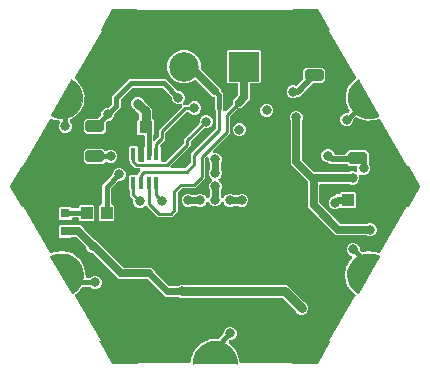
<source format=gbr>
G04 EAGLE Gerber RS-274X export*
G75*
%MOMM*%
%FSLAX34Y34*%
%LPD*%
%INTop Copper*%
%IPPOS*%
%AMOC8*
5,1,8,0,0,1.08239X$1,22.5*%
G01*
%ADD10R,0.800000X0.800000*%
%ADD11R,1.000000X1.100000*%
%ADD12R,0.450000X1.000000*%
%ADD13R,2.500000X2.500000*%
%ADD14C,2.500000*%
%ADD15R,1.100000X1.000000*%
%ADD16C,0.499997*%
%ADD17C,0.999997*%
%ADD18C,0.100000*%
%ADD19C,0.609600*%
%ADD20C,0.812800*%
%ADD21C,0.635000*%
%ADD22C,0.381000*%
%ADD23C,0.762000*%
%ADD24C,1.270000*%
%ADD25C,0.457200*%
%ADD26C,0.406400*%
%ADD27C,0.889000*%
%ADD28C,0.254000*%
%ADD29C,0.508000*%

G36*
X106508Y-498D02*
X106508Y-498D01*
X106517Y-499D01*
X106605Y-478D01*
X106695Y-460D01*
X106702Y-455D01*
X106710Y-453D01*
X106783Y-399D01*
X106859Y-347D01*
X106863Y-340D01*
X106870Y-335D01*
X106917Y-257D01*
X106966Y-180D01*
X106967Y-171D01*
X106972Y-164D01*
X106999Y0D01*
X106999Y755D01*
X150206Y755D01*
X150324Y770D01*
X150443Y777D01*
X150481Y790D01*
X150522Y795D01*
X150632Y838D01*
X150745Y875D01*
X150780Y897D01*
X150817Y912D01*
X150913Y981D01*
X151014Y1045D01*
X151042Y1075D01*
X151075Y1098D01*
X151151Y1190D01*
X151232Y1277D01*
X151252Y1312D01*
X151277Y1343D01*
X151328Y1451D01*
X151386Y1555D01*
X151396Y1595D01*
X151413Y1631D01*
X151435Y1748D01*
X151465Y1863D01*
X151469Y1923D01*
X151473Y1943D01*
X151471Y1964D01*
X151475Y2024D01*
X151475Y4083D01*
X152521Y6607D01*
X152526Y6625D01*
X152535Y6642D01*
X152552Y6696D01*
X152557Y6708D01*
X152560Y6725D01*
X152582Y6796D01*
X152657Y7108D01*
X152682Y7141D01*
X152791Y7285D01*
X152791Y7286D01*
X152792Y7288D01*
X152862Y7430D01*
X153214Y8279D01*
X153255Y8431D01*
X153297Y8585D01*
X153297Y8586D01*
X153299Y8655D01*
X153464Y8925D01*
X153472Y8942D01*
X153484Y8958D01*
X153555Y9102D01*
X154600Y11626D01*
X156628Y13654D01*
X156658Y13693D01*
X156694Y13726D01*
X156755Y13818D01*
X156822Y13905D01*
X156842Y13951D01*
X156869Y13992D01*
X156870Y13995D01*
X157406Y14453D01*
X157419Y14467D01*
X157435Y14478D01*
X157547Y14594D01*
X158016Y15143D01*
X158046Y15160D01*
X158145Y15209D01*
X158183Y15241D01*
X158225Y15266D01*
X158346Y15372D01*
X160374Y17400D01*
X162898Y18445D01*
X162914Y18455D01*
X162933Y18461D01*
X163075Y18536D01*
X163348Y18703D01*
X163395Y18710D01*
X163569Y18734D01*
X163569Y18735D01*
X163570Y18735D01*
X163571Y18735D01*
X163721Y18786D01*
X164569Y19138D01*
X164570Y19138D01*
X164705Y19215D01*
X164845Y19295D01*
X164846Y19296D01*
X164847Y19296D01*
X164896Y19344D01*
X165204Y19418D01*
X165222Y19424D01*
X165241Y19427D01*
X165393Y19479D01*
X167917Y20525D01*
X170785Y20525D01*
X170834Y20531D01*
X170883Y20529D01*
X170991Y20551D01*
X171100Y20565D01*
X171146Y20583D01*
X171195Y20593D01*
X171198Y20594D01*
X171900Y20539D01*
X171920Y20540D01*
X171939Y20536D01*
X172100Y20539D01*
X172820Y20596D01*
X172853Y20587D01*
X172957Y20551D01*
X173007Y20547D01*
X173055Y20535D01*
X173215Y20525D01*
X173770Y20525D01*
X173868Y20537D01*
X173967Y20540D01*
X174025Y20557D01*
X174085Y20565D01*
X174177Y20601D01*
X174273Y20629D01*
X174325Y20659D01*
X174381Y20682D01*
X174461Y20740D01*
X174546Y20790D01*
X174622Y20856D01*
X174638Y20868D01*
X174646Y20878D01*
X174667Y20896D01*
X178740Y24969D01*
X178800Y25047D01*
X178868Y25119D01*
X178897Y25172D01*
X178934Y25220D01*
X178974Y25311D01*
X179022Y25398D01*
X179037Y25456D01*
X179061Y25512D01*
X179076Y25610D01*
X179101Y25706D01*
X179107Y25806D01*
X179111Y25826D01*
X179109Y25838D01*
X179111Y25866D01*
X179111Y26652D01*
X179962Y28706D01*
X181534Y30278D01*
X183588Y31129D01*
X185812Y31129D01*
X187866Y30278D01*
X189438Y28706D01*
X190289Y26652D01*
X190289Y24428D01*
X189438Y22374D01*
X187866Y20802D01*
X185812Y19951D01*
X185026Y19951D01*
X184928Y19939D01*
X184829Y19936D01*
X184771Y19919D01*
X184711Y19911D01*
X184619Y19875D01*
X184524Y19847D01*
X184471Y19817D01*
X184415Y19794D01*
X184335Y19736D01*
X184250Y19686D01*
X184174Y19620D01*
X184158Y19608D01*
X184150Y19598D01*
X184129Y19580D01*
X183685Y19136D01*
X183612Y19042D01*
X183533Y18953D01*
X183515Y18917D01*
X183490Y18885D01*
X183443Y18776D01*
X183389Y18670D01*
X183380Y18630D01*
X183364Y18593D01*
X183345Y18475D01*
X183319Y18359D01*
X183320Y18319D01*
X183314Y18279D01*
X183325Y18160D01*
X183329Y18041D01*
X183340Y18003D01*
X183344Y17962D01*
X183384Y17850D01*
X183417Y17736D01*
X183438Y17701D01*
X183451Y17663D01*
X183518Y17564D01*
X183579Y17462D01*
X183619Y17417D01*
X183630Y17400D01*
X183645Y17386D01*
X183685Y17341D01*
X185654Y15372D01*
X185693Y15342D01*
X185726Y15306D01*
X185818Y15245D01*
X185905Y15178D01*
X185951Y15158D01*
X185992Y15131D01*
X185995Y15130D01*
X186453Y14594D01*
X186467Y14581D01*
X186478Y14565D01*
X186594Y14453D01*
X187143Y13984D01*
X187160Y13954D01*
X187209Y13855D01*
X187241Y13817D01*
X187266Y13775D01*
X187372Y13654D01*
X189400Y11626D01*
X190445Y9102D01*
X190455Y9086D01*
X190461Y9067D01*
X190536Y8925D01*
X190703Y8652D01*
X190713Y8586D01*
X190734Y8431D01*
X190735Y8431D01*
X190735Y8430D01*
X190735Y8429D01*
X190786Y8279D01*
X191138Y7430D01*
X191220Y7286D01*
X191295Y7155D01*
X191296Y7154D01*
X191296Y7153D01*
X191344Y7104D01*
X191418Y6796D01*
X191424Y6778D01*
X191427Y6759D01*
X191479Y6607D01*
X192525Y4083D01*
X192525Y2024D01*
X192540Y1906D01*
X192547Y1787D01*
X192560Y1749D01*
X192565Y1708D01*
X192608Y1598D01*
X192645Y1485D01*
X192667Y1450D01*
X192682Y1413D01*
X192751Y1317D01*
X192815Y1216D01*
X192845Y1188D01*
X192868Y1155D01*
X192960Y1079D01*
X193047Y998D01*
X193082Y978D01*
X193113Y953D01*
X193221Y902D01*
X193325Y844D01*
X193365Y834D01*
X193401Y817D01*
X193518Y795D01*
X193633Y765D01*
X193693Y761D01*
X193713Y757D01*
X193734Y759D01*
X193794Y755D01*
X237120Y755D01*
X237008Y82D01*
X237009Y32D01*
X237001Y-17D01*
X237013Y-66D01*
X237015Y-117D01*
X237036Y-162D01*
X237047Y-210D01*
X237077Y-251D01*
X237099Y-297D01*
X237136Y-330D01*
X237165Y-370D01*
X237209Y-396D01*
X237246Y-430D01*
X237293Y-446D01*
X237336Y-472D01*
X237396Y-482D01*
X237434Y-495D01*
X237463Y-493D01*
X237500Y-499D01*
X258500Y-499D01*
X258578Y-483D01*
X258656Y-474D01*
X258674Y-464D01*
X258695Y-460D01*
X258760Y-415D01*
X258829Y-375D01*
X258844Y-357D01*
X258859Y-347D01*
X258883Y-309D01*
X258934Y-246D01*
X269434Y18254D01*
X269444Y18283D01*
X269450Y18293D01*
X269451Y18296D01*
X269465Y18319D01*
X269476Y18382D01*
X269496Y18443D01*
X269493Y18479D01*
X269499Y18515D01*
X269484Y18577D01*
X269479Y18641D01*
X269462Y18673D01*
X269454Y18708D01*
X269416Y18760D01*
X269386Y18817D01*
X269358Y18839D01*
X269337Y18869D01*
X269267Y18914D01*
X269232Y18942D01*
X269215Y18947D01*
X269197Y18959D01*
X268778Y19138D01*
X290665Y57050D01*
X290711Y57158D01*
X290764Y57263D01*
X290772Y57305D01*
X290789Y57343D01*
X290806Y57460D01*
X290831Y57574D01*
X290829Y57616D01*
X290835Y57658D01*
X290823Y57775D01*
X290818Y57892D01*
X290806Y57932D01*
X290802Y57974D01*
X290761Y58084D01*
X290728Y58197D01*
X290706Y58233D01*
X290691Y58272D01*
X290624Y58369D01*
X290564Y58470D01*
X290534Y58499D01*
X290510Y58534D01*
X290421Y58610D01*
X290337Y58693D01*
X290285Y58728D01*
X290269Y58742D01*
X290251Y58750D01*
X290204Y58782D01*
X288552Y59741D01*
X285065Y64310D01*
X285030Y64345D01*
X285002Y64385D01*
X284919Y64457D01*
X284841Y64536D01*
X284835Y64540D01*
X284785Y64658D01*
X284761Y64695D01*
X284754Y64710D01*
X284740Y64727D01*
X284696Y64792D01*
X283736Y66049D01*
X281701Y73720D01*
X282757Y81585D01*
X286741Y88448D01*
X287564Y89076D01*
X287659Y89170D01*
X287758Y89260D01*
X287772Y89281D01*
X287790Y89299D01*
X287860Y89414D01*
X287933Y89526D01*
X287941Y89550D01*
X287954Y89571D01*
X287993Y89700D01*
X288036Y89826D01*
X288038Y89852D01*
X288046Y89876D01*
X288051Y90010D01*
X288061Y90143D01*
X288057Y90168D01*
X288058Y90194D01*
X288030Y90325D01*
X288007Y90457D01*
X287997Y90480D01*
X287991Y90505D01*
X287931Y90625D01*
X287876Y90747D01*
X287861Y90767D01*
X287849Y90789D01*
X287761Y90891D01*
X287678Y90995D01*
X287658Y91010D01*
X287641Y91030D01*
X287531Y91106D01*
X287424Y91186D01*
X287392Y91202D01*
X287379Y91211D01*
X287359Y91218D01*
X287279Y91257D01*
X285674Y91922D01*
X284102Y93494D01*
X283251Y95548D01*
X283251Y97772D01*
X284102Y99826D01*
X285674Y101398D01*
X287728Y102249D01*
X289952Y102249D01*
X292006Y101398D01*
X293578Y99826D01*
X294429Y97772D01*
X294429Y96627D01*
X294441Y96529D01*
X294444Y96430D01*
X294461Y96371D01*
X294469Y96311D01*
X294505Y96220D01*
X294533Y96124D01*
X294563Y96072D01*
X294586Y96016D01*
X294644Y95936D01*
X294694Y95850D01*
X294760Y95775D01*
X294772Y95758D01*
X294782Y95751D01*
X294800Y95730D01*
X295865Y94665D01*
X295948Y94601D01*
X296024Y94530D01*
X296073Y94504D01*
X296117Y94470D01*
X296212Y94428D01*
X296304Y94379D01*
X296358Y94365D01*
X296409Y94343D01*
X296511Y94327D01*
X296612Y94302D01*
X296668Y94302D01*
X296723Y94293D01*
X296826Y94303D01*
X296930Y94304D01*
X297018Y94321D01*
X297039Y94323D01*
X297053Y94328D01*
X297088Y94335D01*
X297280Y94386D01*
X297367Y94421D01*
X297457Y94447D01*
X297514Y94481D01*
X297575Y94505D01*
X297601Y94525D01*
X297637Y94525D01*
X297721Y94535D01*
X297805Y94536D01*
X297944Y94563D01*
X297953Y94565D01*
X297956Y94566D01*
X297963Y94567D01*
X300720Y95299D01*
X308585Y94243D01*
X310146Y93337D01*
X310257Y93290D01*
X310365Y93236D01*
X310403Y93228D01*
X310439Y93213D01*
X310558Y93195D01*
X310676Y93170D01*
X310715Y93172D01*
X310753Y93166D01*
X310873Y93178D01*
X310994Y93183D01*
X311031Y93194D01*
X311070Y93198D01*
X311183Y93240D01*
X311298Y93275D01*
X311332Y93295D01*
X311368Y93308D01*
X311467Y93377D01*
X311571Y93439D01*
X311598Y93467D01*
X311630Y93489D01*
X311709Y93580D01*
X311793Y93666D01*
X311825Y93714D01*
X311838Y93729D01*
X311848Y93748D01*
X311883Y93800D01*
X334551Y133064D01*
X335210Y132594D01*
X335243Y132579D01*
X335271Y132556D01*
X335333Y132539D01*
X335391Y132513D01*
X335428Y132512D01*
X335462Y132502D01*
X335526Y132510D01*
X335590Y132509D01*
X335624Y132522D01*
X335660Y132527D01*
X335715Y132559D01*
X335775Y132583D01*
X335800Y132609D01*
X335832Y132627D01*
X335884Y132692D01*
X335916Y132723D01*
X335922Y132740D01*
X335936Y132756D01*
X345436Y149756D01*
X345445Y149784D01*
X345452Y149795D01*
X345456Y149818D01*
X345457Y149824D01*
X345487Y149888D01*
X345487Y149918D01*
X345496Y149946D01*
X345490Y150016D01*
X345492Y150087D01*
X345480Y150118D01*
X345478Y150144D01*
X345458Y150181D01*
X345436Y150244D01*
X335936Y167244D01*
X335918Y167265D01*
X335906Y167291D01*
X335853Y167340D01*
X335806Y167394D01*
X335781Y167407D01*
X335760Y167426D01*
X335693Y167451D01*
X335628Y167483D01*
X335600Y167484D01*
X335574Y167494D01*
X335501Y167490D01*
X335430Y167494D01*
X335403Y167485D01*
X335375Y167483D01*
X335281Y167442D01*
X335242Y167428D01*
X335235Y167421D01*
X335223Y167415D01*
X334538Y166959D01*
X311530Y206810D01*
X311461Y206901D01*
X311399Y206996D01*
X311366Y207027D01*
X311338Y207063D01*
X311249Y207134D01*
X311165Y207211D01*
X311125Y207232D01*
X311089Y207261D01*
X310985Y207307D01*
X310884Y207361D01*
X310840Y207371D01*
X310798Y207390D01*
X310686Y207409D01*
X310575Y207436D01*
X310530Y207435D01*
X310485Y207443D01*
X310371Y207434D01*
X310257Y207432D01*
X310213Y207420D01*
X310168Y207417D01*
X310060Y207379D01*
X309950Y207350D01*
X309888Y207319D01*
X309868Y207312D01*
X309852Y207302D01*
X309805Y207279D01*
X308164Y206349D01*
X305230Y205987D01*
X305210Y205982D01*
X305188Y205981D01*
X305155Y205971D01*
X305059Y205966D01*
X300558Y205410D01*
X298680Y205929D01*
X298590Y205942D01*
X298554Y205952D01*
X298547Y205955D01*
X298423Y205998D01*
X298412Y206003D01*
X298406Y206004D01*
X298395Y206008D01*
X293171Y207453D01*
X291949Y208406D01*
X291914Y208427D01*
X291883Y208454D01*
X291778Y208508D01*
X291676Y208569D01*
X291636Y208580D01*
X291600Y208599D01*
X291484Y208625D01*
X291371Y208658D01*
X291330Y208660D01*
X291289Y208669D01*
X291171Y208665D01*
X291053Y208669D01*
X291013Y208660D01*
X290971Y208659D01*
X290858Y208626D01*
X290743Y208601D01*
X290706Y208582D01*
X290666Y208571D01*
X290564Y208510D01*
X290459Y208457D01*
X290428Y208430D01*
X290392Y208409D01*
X290271Y208303D01*
X289466Y207498D01*
X289406Y207420D01*
X289338Y207348D01*
X289309Y207295D01*
X289272Y207247D01*
X289232Y207156D01*
X289184Y207069D01*
X289169Y207011D01*
X289145Y206955D01*
X289130Y206857D01*
X289105Y206761D01*
X289099Y206661D01*
X289095Y206641D01*
X289097Y206629D01*
X289095Y206601D01*
X289095Y205276D01*
X288244Y203222D01*
X286672Y201650D01*
X284618Y200799D01*
X282394Y200799D01*
X280340Y201650D01*
X278768Y203222D01*
X277917Y205276D01*
X277917Y207500D01*
X278768Y209554D01*
X280340Y211126D01*
X282394Y211977D01*
X283719Y211977D01*
X283817Y211989D01*
X283916Y211992D01*
X283974Y212009D01*
X284034Y212017D01*
X284126Y212053D01*
X284221Y212081D01*
X284274Y212111D01*
X284330Y212134D01*
X284410Y212192D01*
X284495Y212242D01*
X284570Y212308D01*
X284587Y212320D01*
X284595Y212330D01*
X284616Y212348D01*
X285471Y213203D01*
X285537Y213288D01*
X285609Y213367D01*
X285634Y213413D01*
X285666Y213455D01*
X285708Y213553D01*
X285759Y213648D01*
X285772Y213699D01*
X285792Y213746D01*
X285809Y213853D01*
X285835Y213957D01*
X285834Y214009D01*
X285842Y214061D01*
X285832Y214168D01*
X285831Y214275D01*
X285817Y214325D01*
X285812Y214377D01*
X285776Y214478D01*
X285748Y214582D01*
X285712Y214656D01*
X285705Y214676D01*
X285696Y214690D01*
X285678Y214727D01*
X283349Y218836D01*
X283057Y221200D01*
X283052Y221220D01*
X283051Y221241D01*
X283013Y221374D01*
X282979Y221508D01*
X282975Y221515D01*
X282975Y221786D01*
X282975Y221790D01*
X282966Y221941D01*
X282911Y222387D01*
X282906Y222404D01*
X282906Y222423D01*
X282871Y222580D01*
X282791Y222862D01*
X282795Y222894D01*
X282817Y223062D01*
X282817Y223063D01*
X282807Y223224D01*
X282410Y226442D01*
X282929Y228320D01*
X282942Y228410D01*
X282952Y228446D01*
X282955Y228453D01*
X282998Y228577D01*
X283003Y228588D01*
X283004Y228594D01*
X283008Y228605D01*
X283709Y231138D01*
X283715Y231182D01*
X283730Y231226D01*
X283737Y231241D01*
X283738Y231249D01*
X283744Y231265D01*
X284453Y233829D01*
X289168Y239872D01*
X290522Y240640D01*
X290621Y240714D01*
X290725Y240782D01*
X290748Y240809D01*
X290777Y240830D01*
X290855Y240926D01*
X290938Y241019D01*
X290954Y241050D01*
X290976Y241077D01*
X291028Y241190D01*
X291085Y241300D01*
X291093Y241335D01*
X291108Y241367D01*
X291130Y241489D01*
X291158Y241610D01*
X291158Y241645D01*
X291164Y241680D01*
X291154Y241804D01*
X291152Y241928D01*
X291143Y241962D01*
X291140Y241997D01*
X291100Y242114D01*
X291067Y242234D01*
X291044Y242281D01*
X291038Y242298D01*
X291026Y242316D01*
X290995Y242378D01*
X268216Y281835D01*
X268686Y282037D01*
X268697Y282041D01*
X268727Y282062D01*
X268762Y282075D01*
X268808Y282118D01*
X268860Y282154D01*
X268880Y282186D01*
X268907Y282211D01*
X268933Y282269D01*
X268967Y282322D01*
X268973Y282359D01*
X268988Y282393D01*
X268989Y282456D01*
X268999Y282518D01*
X268990Y282555D01*
X268991Y282592D01*
X268963Y282668D01*
X268952Y282712D01*
X268941Y282726D01*
X268933Y282748D01*
X258933Y300248D01*
X258882Y300307D01*
X258835Y300370D01*
X258817Y300381D01*
X258802Y300397D01*
X258731Y300432D01*
X258664Y300472D01*
X258641Y300476D01*
X258623Y300484D01*
X258578Y300486D01*
X258500Y300499D01*
X238500Y300499D01*
X238454Y300490D01*
X238408Y300491D01*
X238358Y300470D01*
X238305Y300460D01*
X238267Y300433D01*
X238224Y300416D01*
X238186Y300378D01*
X238141Y300347D01*
X238116Y300308D01*
X238083Y300275D01*
X238063Y300225D01*
X238034Y300180D01*
X238026Y300134D01*
X238009Y300090D01*
X238008Y300025D01*
X238001Y299983D01*
X238007Y299960D01*
X238006Y299953D01*
X238007Y299948D01*
X238007Y299924D01*
X238111Y299245D01*
X105896Y299245D01*
X105994Y299929D01*
X105992Y299970D01*
X105995Y299987D01*
X105994Y299988D01*
X105999Y300017D01*
X105986Y300071D01*
X105983Y300128D01*
X105963Y300167D01*
X105953Y300210D01*
X105919Y300255D01*
X105894Y300306D01*
X105861Y300335D01*
X105835Y300370D01*
X105787Y300399D01*
X105744Y300436D01*
X105702Y300449D01*
X105664Y300472D01*
X105596Y300483D01*
X105554Y300496D01*
X105530Y300494D01*
X105500Y300499D01*
X85500Y300499D01*
X85423Y300484D01*
X85345Y300475D01*
X85326Y300464D01*
X85305Y300460D01*
X85240Y300415D01*
X85172Y300376D01*
X85157Y300358D01*
X85141Y300347D01*
X85117Y300309D01*
X85067Y300248D01*
X75067Y282748D01*
X75053Y282707D01*
X75031Y282670D01*
X75022Y282613D01*
X75004Y282559D01*
X75008Y282516D01*
X75001Y282473D01*
X75016Y282418D01*
X75021Y282361D01*
X75041Y282323D01*
X75051Y282281D01*
X75086Y282235D01*
X75113Y282185D01*
X75146Y282157D01*
X75173Y282123D01*
X75233Y282086D01*
X75267Y282059D01*
X75289Y282052D01*
X75315Y282036D01*
X75791Y281846D01*
X53005Y242378D01*
X52956Y242264D01*
X52902Y242152D01*
X52895Y242118D01*
X52881Y242085D01*
X52863Y241962D01*
X52838Y241841D01*
X52840Y241806D01*
X52835Y241771D01*
X52848Y241647D01*
X52854Y241523D01*
X52864Y241490D01*
X52868Y241454D01*
X52911Y241338D01*
X52948Y241220D01*
X52966Y241189D01*
X52979Y241156D01*
X53050Y241054D01*
X53115Y240949D01*
X53140Y240924D01*
X53160Y240895D01*
X53254Y240814D01*
X53343Y240728D01*
X53386Y240699D01*
X53401Y240687D01*
X53420Y240678D01*
X53478Y240640D01*
X54832Y239872D01*
X57770Y236107D01*
X57773Y236104D01*
X57782Y236094D01*
X57793Y236077D01*
X58464Y235217D01*
X58511Y235171D01*
X58550Y235118D01*
X58586Y235089D01*
X58597Y235063D01*
X58639Y235003D01*
X58649Y234984D01*
X58661Y234970D01*
X58688Y234930D01*
X59547Y233829D01*
X61590Y226442D01*
X61252Y223705D01*
X61252Y223683D01*
X61247Y223661D01*
X61249Y223630D01*
X61232Y223539D01*
X61034Y221941D01*
X61034Y221936D01*
X61029Y221855D01*
X61013Y221770D01*
X60651Y218836D01*
X58190Y214493D01*
X58157Y214412D01*
X58114Y214336D01*
X58096Y214265D01*
X58069Y214198D01*
X58038Y214159D01*
X57975Y214094D01*
X57909Y213992D01*
X57899Y213979D01*
X57896Y213972D01*
X57887Y213959D01*
X56872Y212168D01*
X54086Y209994D01*
X54081Y209988D01*
X54074Y209984D01*
X53968Y209875D01*
X53862Y209769D01*
X53858Y209762D01*
X53852Y209756D01*
X53827Y209712D01*
X53524Y209539D01*
X53516Y209533D01*
X53506Y209528D01*
X53373Y209437D01*
X53111Y209233D01*
X53107Y209230D01*
X53104Y209227D01*
X52990Y209127D01*
X52732Y208868D01*
X52606Y208818D01*
X52589Y208806D01*
X52569Y208798D01*
X52436Y208707D01*
X50829Y207453D01*
X49742Y207152D01*
X49643Y207111D01*
X49541Y207078D01*
X49496Y207050D01*
X49448Y207030D01*
X49362Y206965D01*
X49272Y206908D01*
X49236Y206870D01*
X49194Y206838D01*
X49127Y206754D01*
X49054Y206676D01*
X49029Y206630D01*
X48996Y206589D01*
X48952Y206491D01*
X48900Y206398D01*
X48887Y206347D01*
X48866Y206299D01*
X48848Y206193D01*
X48821Y206090D01*
X48816Y206007D01*
X48812Y205986D01*
X48813Y205970D01*
X48811Y205929D01*
X48811Y205419D01*
X48823Y205320D01*
X48826Y205221D01*
X48843Y205163D01*
X48851Y205103D01*
X48887Y205011D01*
X48915Y204916D01*
X48945Y204864D01*
X48968Y204807D01*
X49026Y204727D01*
X49076Y204642D01*
X49142Y204567D01*
X49154Y204550D01*
X49164Y204542D01*
X49182Y204521D01*
X49738Y203966D01*
X50589Y201912D01*
X50589Y199688D01*
X49738Y197634D01*
X48166Y196062D01*
X46112Y195211D01*
X43888Y195211D01*
X41834Y196062D01*
X40262Y197634D01*
X39411Y199688D01*
X39411Y201912D01*
X40298Y204053D01*
X40307Y204084D01*
X40321Y204113D01*
X40349Y204237D01*
X40382Y204359D01*
X40383Y204392D01*
X40390Y204424D01*
X40385Y204551D01*
X40387Y204677D01*
X40379Y204709D01*
X40378Y204741D01*
X40343Y204863D01*
X40313Y204987D01*
X40298Y205015D01*
X40289Y205046D01*
X40224Y205155D01*
X40164Y205268D01*
X40142Y205292D01*
X40126Y205320D01*
X40036Y205409D01*
X39950Y205503D01*
X39923Y205521D01*
X39900Y205544D01*
X39791Y205608D01*
X39685Y205678D01*
X39654Y205688D01*
X39626Y205705D01*
X39474Y205759D01*
X38887Y205926D01*
X38792Y205941D01*
X38699Y205965D01*
X38592Y205972D01*
X38573Y205975D01*
X38562Y205974D01*
X38539Y205975D01*
X38092Y205975D01*
X38083Y205981D01*
X37955Y206032D01*
X37828Y206087D01*
X37807Y206090D01*
X37787Y206098D01*
X37629Y206128D01*
X35836Y206349D01*
X34369Y207180D01*
X34304Y207207D01*
X34243Y207243D01*
X34092Y207297D01*
X33893Y207353D01*
X33772Y207372D01*
X33652Y207398D01*
X33615Y207396D01*
X33579Y207402D01*
X33457Y207390D01*
X33334Y207385D01*
X33299Y207374D01*
X33262Y207370D01*
X33147Y207328D01*
X33029Y207293D01*
X32998Y207274D01*
X32964Y207261D01*
X32863Y207192D01*
X32757Y207129D01*
X32731Y207102D01*
X32701Y207082D01*
X32621Y206989D01*
X32534Y206902D01*
X32505Y206857D01*
X32492Y206842D01*
X32482Y206823D01*
X32445Y206768D01*
X9419Y166884D01*
X8820Y167384D01*
X8772Y167409D01*
X8729Y167444D01*
X8685Y167456D01*
X8645Y167478D01*
X8590Y167483D01*
X8538Y167498D01*
X8492Y167492D01*
X8447Y167496D01*
X8395Y167480D01*
X8340Y167473D01*
X8301Y167450D01*
X8257Y167436D01*
X8216Y167401D01*
X8168Y167373D01*
X8135Y167331D01*
X8106Y167307D01*
X8092Y167278D01*
X8064Y167244D01*
X-1436Y150244D01*
X-1457Y150176D01*
X-1487Y150112D01*
X-1487Y150082D01*
X-1496Y150054D01*
X-1490Y149984D01*
X-1492Y149913D01*
X-1480Y149882D01*
X-1478Y149856D01*
X-1458Y149819D01*
X-1436Y149756D01*
X8064Y132756D01*
X8094Y132721D01*
X8116Y132681D01*
X8158Y132647D01*
X8194Y132606D01*
X8235Y132585D01*
X8271Y132556D01*
X8323Y132542D01*
X8372Y132517D01*
X8418Y132515D01*
X8463Y132502D01*
X8516Y132509D01*
X8571Y132506D01*
X8614Y132521D01*
X8660Y132527D01*
X8718Y132558D01*
X8758Y132572D01*
X8777Y132590D01*
X8807Y132606D01*
X9433Y133093D01*
X32117Y93800D01*
X32190Y93704D01*
X32257Y93604D01*
X32286Y93578D01*
X32310Y93547D01*
X32404Y93472D01*
X32494Y93391D01*
X32528Y93373D01*
X32559Y93349D01*
X32669Y93300D01*
X32776Y93245D01*
X32814Y93236D01*
X32849Y93220D01*
X32969Y93200D01*
X33086Y93172D01*
X33125Y93173D01*
X33163Y93167D01*
X33284Y93177D01*
X33404Y93179D01*
X33441Y93190D01*
X33480Y93193D01*
X33594Y93233D01*
X33710Y93265D01*
X33761Y93291D01*
X33780Y93298D01*
X33798Y93309D01*
X33854Y93337D01*
X35415Y94243D01*
X43280Y95299D01*
X50951Y93264D01*
X52988Y91709D01*
X53101Y91643D01*
X53212Y91572D01*
X53238Y91563D01*
X53263Y91549D01*
X53389Y91513D01*
X53445Y91495D01*
X53555Y91369D01*
X53578Y91349D01*
X53596Y91325D01*
X53696Y91243D01*
X53793Y91157D01*
X53820Y91144D01*
X53843Y91125D01*
X53985Y91049D01*
X54124Y90986D01*
X54146Y90937D01*
X54173Y90902D01*
X54194Y90863D01*
X54271Y90778D01*
X54342Y90687D01*
X54393Y90643D01*
X54407Y90628D01*
X54423Y90617D01*
X54464Y90582D01*
X57259Y88448D01*
X61243Y81585D01*
X62311Y73631D01*
X62319Y73598D01*
X62322Y73563D01*
X62360Y73444D01*
X62392Y73324D01*
X62409Y73294D01*
X62420Y73261D01*
X62486Y73155D01*
X62547Y73046D01*
X62571Y73021D01*
X62590Y72992D01*
X62681Y72906D01*
X62767Y72816D01*
X62796Y72798D01*
X62821Y72774D01*
X62931Y72714D01*
X63036Y72648D01*
X63070Y72637D01*
X63100Y72620D01*
X63221Y72589D01*
X63340Y72552D01*
X63374Y72550D01*
X63408Y72541D01*
X63569Y72531D01*
X65781Y72531D01*
X65880Y72543D01*
X65979Y72546D01*
X66037Y72563D01*
X66097Y72571D01*
X66189Y72607D01*
X66284Y72635D01*
X66336Y72665D01*
X66393Y72688D01*
X66473Y72746D01*
X66558Y72796D01*
X66633Y72862D01*
X66650Y72874D01*
X66658Y72884D01*
X66679Y72902D01*
X67234Y73458D01*
X69288Y74309D01*
X71512Y74309D01*
X73566Y73458D01*
X75138Y71886D01*
X75989Y69832D01*
X75989Y67608D01*
X75138Y65554D01*
X73566Y63982D01*
X71512Y63131D01*
X69288Y63131D01*
X67234Y63982D01*
X66679Y64538D01*
X66601Y64598D01*
X66528Y64666D01*
X66475Y64695D01*
X66428Y64732D01*
X66337Y64772D01*
X66250Y64820D01*
X66191Y64835D01*
X66136Y64859D01*
X66038Y64874D01*
X65942Y64899D01*
X65842Y64905D01*
X65822Y64909D01*
X65809Y64907D01*
X65781Y64909D01*
X60021Y64909D01*
X59997Y64906D01*
X59973Y64908D01*
X59840Y64886D01*
X59706Y64869D01*
X59683Y64860D01*
X59659Y64856D01*
X59535Y64802D01*
X59410Y64752D01*
X59390Y64738D01*
X59368Y64728D01*
X59262Y64645D01*
X59153Y64566D01*
X59137Y64547D01*
X59118Y64532D01*
X59012Y64410D01*
X58785Y64113D01*
X58778Y64100D01*
X58768Y64090D01*
X58698Y63962D01*
X58625Y63838D01*
X58621Y63824D01*
X58614Y63811D01*
X58594Y63730D01*
X58310Y63446D01*
X58234Y63349D01*
X58153Y63256D01*
X58126Y63210D01*
X58115Y63195D01*
X58106Y63175D01*
X58072Y63116D01*
X57918Y62809D01*
X57895Y62799D01*
X57879Y62786D01*
X57860Y62777D01*
X57754Y62688D01*
X57645Y62602D01*
X57626Y62581D01*
X57617Y62573D01*
X57605Y62556D01*
X57539Y62481D01*
X55448Y59741D01*
X53796Y58782D01*
X53703Y58711D01*
X53605Y58646D01*
X53577Y58615D01*
X53544Y58590D01*
X53471Y58497D01*
X53392Y58410D01*
X53373Y58373D01*
X53347Y58340D01*
X53299Y58232D01*
X53245Y58128D01*
X53235Y58088D01*
X53218Y58049D01*
X53198Y57933D01*
X53172Y57819D01*
X53172Y57777D01*
X53165Y57735D01*
X53176Y57618D01*
X53178Y57501D01*
X53189Y57460D01*
X53193Y57419D01*
X53232Y57308D01*
X53263Y57194D01*
X53291Y57138D01*
X53298Y57118D01*
X53309Y57102D01*
X53335Y57050D01*
X75128Y19302D01*
X74308Y18961D01*
X74272Y18936D01*
X74231Y18920D01*
X74190Y18881D01*
X74143Y18849D01*
X74120Y18813D01*
X74088Y18782D01*
X74066Y18730D01*
X74035Y18682D01*
X74028Y18639D01*
X74011Y18599D01*
X74011Y18542D01*
X74001Y18487D01*
X74011Y18444D01*
X74011Y18400D01*
X74036Y18335D01*
X74046Y18293D01*
X74060Y18274D01*
X74063Y18266D01*
X74064Y18262D01*
X74065Y18261D01*
X74071Y18245D01*
X85071Y-255D01*
X85121Y-310D01*
X85165Y-370D01*
X85187Y-383D01*
X85205Y-402D01*
X85272Y-434D01*
X85336Y-472D01*
X85365Y-476D01*
X85385Y-486D01*
X85429Y-487D01*
X85500Y-499D01*
X106500Y-499D01*
X106508Y-498D01*
G37*
%LPC*%
G36*
X123344Y123837D02*
X123344Y123837D01*
X113913Y133269D01*
X113819Y133342D01*
X113730Y133420D01*
X113694Y133439D01*
X113662Y133463D01*
X113552Y133511D01*
X113447Y133565D01*
X113407Y133574D01*
X113370Y133590D01*
X113252Y133608D01*
X113136Y133635D01*
X113096Y133633D01*
X113056Y133640D01*
X112937Y133628D01*
X112818Y133625D01*
X112780Y133614D01*
X112739Y133610D01*
X112627Y133570D01*
X112513Y133536D01*
X112478Y133516D01*
X112440Y133502D01*
X112342Y133435D01*
X112239Y133375D01*
X112194Y133335D01*
X112177Y133324D01*
X112163Y133308D01*
X112118Y133268D01*
X111412Y132562D01*
X109358Y131711D01*
X107134Y131711D01*
X105080Y132562D01*
X103508Y134134D01*
X102657Y136188D01*
X102657Y138411D01*
X102645Y138509D01*
X102642Y138608D01*
X102625Y138666D01*
X102617Y138726D01*
X102581Y138818D01*
X102553Y138913D01*
X102523Y138966D01*
X102500Y139022D01*
X102442Y139102D01*
X102392Y139187D01*
X102326Y139263D01*
X102314Y139279D01*
X102304Y139287D01*
X102286Y139308D01*
X100019Y141574D01*
X100019Y145853D01*
X100007Y145951D01*
X100004Y146050D01*
X99987Y146108D01*
X99979Y146168D01*
X99943Y146260D01*
X99915Y146355D01*
X99885Y146408D01*
X99862Y146464D01*
X99804Y146544D01*
X99754Y146629D01*
X99688Y146705D01*
X99676Y146721D01*
X99666Y146729D01*
X99647Y146750D01*
X99039Y147358D01*
X99039Y158622D01*
X99932Y159515D01*
X105250Y159515D01*
X105368Y159530D01*
X105487Y159537D01*
X105525Y159550D01*
X105566Y159555D01*
X105676Y159598D01*
X105789Y159635D01*
X105824Y159657D01*
X105861Y159672D01*
X105957Y159741D01*
X106058Y159805D01*
X106086Y159835D01*
X106119Y159858D01*
X106195Y159950D01*
X106276Y160037D01*
X106296Y160072D01*
X106321Y160103D01*
X106372Y160211D01*
X106430Y160315D01*
X106440Y160355D01*
X106457Y160391D01*
X106479Y160508D01*
X106509Y160623D01*
X106513Y160683D01*
X106517Y160703D01*
X106515Y160724D01*
X106519Y160784D01*
X106519Y161116D01*
X108476Y163073D01*
X108561Y163182D01*
X108650Y163289D01*
X108659Y163308D01*
X108671Y163324D01*
X108727Y163452D01*
X108786Y163577D01*
X108789Y163597D01*
X108797Y163616D01*
X108819Y163754D01*
X108845Y163890D01*
X108844Y163910D01*
X108847Y163930D01*
X108834Y164069D01*
X108826Y164207D01*
X108819Y164226D01*
X108818Y164246D01*
X108770Y164378D01*
X108728Y164509D01*
X108717Y164527D01*
X108710Y164546D01*
X108632Y164661D01*
X108557Y164778D01*
X108543Y164792D01*
X108531Y164809D01*
X108427Y164901D01*
X108326Y164996D01*
X108308Y165006D01*
X108293Y165019D01*
X108169Y165083D01*
X108047Y165150D01*
X108028Y165155D01*
X108010Y165164D01*
X107874Y165194D01*
X107739Y165229D01*
X107711Y165231D01*
X107699Y165234D01*
X107679Y165233D01*
X107579Y165239D01*
X104294Y165239D01*
X100019Y169514D01*
X100019Y170353D01*
X100007Y170451D01*
X100004Y170550D01*
X99987Y170608D01*
X99979Y170668D01*
X99943Y170760D01*
X99915Y170855D01*
X99885Y170908D01*
X99862Y170964D01*
X99804Y171044D01*
X99754Y171129D01*
X99688Y171205D01*
X99676Y171221D01*
X99666Y171229D01*
X99647Y171250D01*
X99039Y171858D01*
X99039Y183122D01*
X99932Y184015D01*
X105696Y184015D01*
X106589Y183122D01*
X106589Y172098D01*
X106604Y171980D01*
X106611Y171861D01*
X106624Y171823D01*
X106629Y171782D01*
X106672Y171672D01*
X106709Y171559D01*
X106731Y171524D01*
X106746Y171487D01*
X106815Y171391D01*
X106879Y171290D01*
X106909Y171262D01*
X106932Y171229D01*
X107024Y171153D01*
X107111Y171072D01*
X107146Y171052D01*
X107177Y171027D01*
X107285Y170976D01*
X107389Y170918D01*
X107429Y170908D01*
X107465Y170891D01*
X107582Y170869D01*
X107697Y170839D01*
X107757Y170835D01*
X107777Y170831D01*
X107798Y170833D01*
X107858Y170829D01*
X110770Y170829D01*
X110888Y170844D01*
X111007Y170851D01*
X111045Y170864D01*
X111086Y170869D01*
X111196Y170912D01*
X111309Y170949D01*
X111344Y170971D01*
X111381Y170986D01*
X111477Y171055D01*
X111578Y171119D01*
X111606Y171149D01*
X111639Y171172D01*
X111715Y171264D01*
X111796Y171351D01*
X111816Y171386D01*
X111841Y171417D01*
X111892Y171525D01*
X111950Y171629D01*
X111960Y171669D01*
X111977Y171705D01*
X111999Y171822D01*
X112029Y171937D01*
X112033Y171997D01*
X112037Y172017D01*
X112036Y172022D01*
X112037Y172023D01*
X112036Y172041D01*
X112039Y172098D01*
X112039Y183129D01*
X112073Y183173D01*
X112141Y183245D01*
X112170Y183298D01*
X112207Y183346D01*
X112247Y183437D01*
X112295Y183524D01*
X112310Y183582D01*
X112334Y183638D01*
X112349Y183736D01*
X112374Y183832D01*
X112380Y183932D01*
X112384Y183952D01*
X112382Y183964D01*
X112384Y183992D01*
X112384Y192244D01*
X112369Y192362D01*
X112362Y192481D01*
X112349Y192519D01*
X112344Y192560D01*
X112301Y192670D01*
X112264Y192783D01*
X112242Y192818D01*
X112227Y192855D01*
X112158Y192951D01*
X112094Y193052D01*
X112064Y193080D01*
X112041Y193113D01*
X111949Y193189D01*
X111862Y193270D01*
X111827Y193290D01*
X111796Y193315D01*
X111688Y193366D01*
X111584Y193424D01*
X111544Y193434D01*
X111508Y193451D01*
X111391Y193473D01*
X111276Y193503D01*
X111216Y193507D01*
X111196Y193511D01*
X111175Y193509D01*
X111115Y193513D01*
X107058Y193513D01*
X106165Y194406D01*
X106165Y205670D01*
X107263Y206767D01*
X107293Y206789D01*
X107394Y206853D01*
X107422Y206883D01*
X107455Y206906D01*
X107531Y206998D01*
X107612Y207085D01*
X107632Y207120D01*
X107657Y207151D01*
X107708Y207259D01*
X107766Y207363D01*
X107776Y207403D01*
X107793Y207439D01*
X107815Y207556D01*
X107845Y207671D01*
X107849Y207731D01*
X107853Y207751D01*
X107851Y207772D01*
X107855Y207832D01*
X107855Y210647D01*
X107843Y210745D01*
X107840Y210844D01*
X107823Y210902D01*
X107815Y210962D01*
X107779Y211054D01*
X107751Y211149D01*
X107721Y211201D01*
X107698Y211258D01*
X107640Y211338D01*
X107590Y211423D01*
X107524Y211499D01*
X107512Y211515D01*
X107502Y211523D01*
X107484Y211544D01*
X104094Y214934D01*
X104087Y214939D01*
X104081Y214947D01*
X103994Y215012D01*
X103991Y215015D01*
X103988Y215016D01*
X103962Y215036D01*
X103843Y215129D01*
X103834Y215132D01*
X103827Y215138D01*
X103682Y215209D01*
X103302Y215366D01*
X101730Y216938D01*
X100879Y218992D01*
X100879Y221216D01*
X101730Y223270D01*
X103302Y224842D01*
X105356Y225693D01*
X107580Y225693D01*
X109634Y224842D01*
X111206Y223270D01*
X111363Y222890D01*
X111368Y222882D01*
X111370Y222873D01*
X111446Y222744D01*
X111521Y222614D01*
X111527Y222607D01*
X111532Y222599D01*
X111638Y222478D01*
X116033Y218083D01*
X117713Y216404D01*
X118525Y214443D01*
X118525Y207832D01*
X118540Y207714D01*
X118547Y207595D01*
X118560Y207557D01*
X118565Y207516D01*
X118608Y207406D01*
X118645Y207293D01*
X118667Y207258D01*
X118682Y207221D01*
X118751Y207125D01*
X118815Y207024D01*
X118845Y206996D01*
X118868Y206963D01*
X118960Y206887D01*
X119047Y206806D01*
X119082Y206786D01*
X119113Y206761D01*
X119133Y206751D01*
X120215Y205670D01*
X120215Y194406D01*
X119616Y193807D01*
X119555Y193729D01*
X119487Y193657D01*
X119458Y193604D01*
X119421Y193556D01*
X119381Y193465D01*
X119333Y193378D01*
X119318Y193320D01*
X119294Y193264D01*
X119279Y193166D01*
X119254Y193070D01*
X119248Y192970D01*
X119244Y192950D01*
X119246Y192938D01*
X119244Y192910D01*
X119244Y189858D01*
X119260Y189726D01*
X119266Y189636D01*
X119270Y189623D01*
X119274Y189582D01*
X119281Y189563D01*
X119284Y189543D01*
X119335Y189414D01*
X119382Y189283D01*
X119393Y189266D01*
X119401Y189247D01*
X119482Y189135D01*
X119560Y189020D01*
X119576Y189006D01*
X119587Y188990D01*
X119695Y188901D01*
X119799Y188809D01*
X119817Y188800D01*
X119832Y188787D01*
X119958Y188728D01*
X120082Y188664D01*
X120102Y188660D01*
X120120Y188651D01*
X120256Y188625D01*
X120392Y188595D01*
X120413Y188595D01*
X120432Y188592D01*
X120571Y188600D01*
X120710Y188604D01*
X120730Y188610D01*
X120750Y188611D01*
X120882Y188654D01*
X121016Y188693D01*
X121033Y188703D01*
X121052Y188709D01*
X121124Y188755D01*
X121139Y188761D01*
X121175Y188787D01*
X121290Y188854D01*
X121311Y188873D01*
X121321Y188880D01*
X121335Y188895D01*
X121391Y188944D01*
X121396Y188947D01*
X121399Y188950D01*
X121410Y188961D01*
X123876Y191426D01*
X123936Y191504D01*
X124004Y191576D01*
X124033Y191629D01*
X124070Y191677D01*
X124110Y191768D01*
X124158Y191855D01*
X124173Y191913D01*
X124197Y191969D01*
X124212Y192067D01*
X124237Y192163D01*
X124243Y192263D01*
X124247Y192283D01*
X124245Y192295D01*
X124247Y192323D01*
X124247Y197894D01*
X143888Y217534D01*
X143931Y217589D01*
X143981Y217638D01*
X144028Y217714D01*
X144083Y217785D01*
X144110Y217849D01*
X144147Y217909D01*
X144173Y217995D01*
X144209Y218077D01*
X144220Y218146D01*
X144241Y218213D01*
X144245Y218302D01*
X144259Y218391D01*
X144252Y218461D01*
X144256Y218531D01*
X144238Y218618D01*
X144229Y218708D01*
X144205Y218774D01*
X144191Y218842D01*
X144152Y218923D01*
X144122Y219007D01*
X144082Y219065D01*
X144052Y219128D01*
X143993Y219196D01*
X143943Y219270D01*
X143891Y219317D01*
X143845Y219370D01*
X143772Y219421D01*
X143704Y219481D01*
X143642Y219513D01*
X143585Y219553D01*
X143501Y219585D01*
X143421Y219625D01*
X143353Y219641D01*
X143288Y219666D01*
X143199Y219675D01*
X143111Y219695D01*
X143041Y219693D01*
X142972Y219701D01*
X142883Y219688D01*
X142793Y219685D01*
X142726Y219666D01*
X142657Y219656D01*
X142505Y219604D01*
X141870Y219341D01*
X139646Y219341D01*
X137592Y220192D01*
X136020Y221764D01*
X135169Y223818D01*
X135169Y224963D01*
X135157Y225061D01*
X135154Y225160D01*
X135137Y225218D01*
X135129Y225279D01*
X135093Y225371D01*
X135065Y225466D01*
X135035Y225518D01*
X135012Y225574D01*
X134954Y225654D01*
X134904Y225740D01*
X134838Y225815D01*
X134826Y225832D01*
X134816Y225839D01*
X134798Y225861D01*
X127465Y233194D01*
X127386Y233254D01*
X127314Y233322D01*
X127261Y233351D01*
X127213Y233388D01*
X127122Y233428D01*
X127036Y233476D01*
X126977Y233491D01*
X126921Y233515D01*
X126823Y233530D01*
X126728Y233555D01*
X126628Y233561D01*
X126607Y233565D01*
X126595Y233563D01*
X126567Y233565D01*
X102879Y233565D01*
X102781Y233553D01*
X102682Y233550D01*
X102624Y233533D01*
X102563Y233525D01*
X102471Y233489D01*
X102376Y233461D01*
X102324Y233431D01*
X102268Y233408D01*
X102188Y233350D01*
X102102Y233300D01*
X102027Y233234D01*
X102010Y233222D01*
X102003Y233212D01*
X101981Y233194D01*
X92362Y223575D01*
X92302Y223496D01*
X92234Y223424D01*
X92205Y223371D01*
X92168Y223323D01*
X92128Y223232D01*
X92080Y223146D01*
X92065Y223087D01*
X92041Y223031D01*
X92026Y222933D01*
X92001Y222838D01*
X91995Y222738D01*
X91991Y222717D01*
X91993Y222705D01*
X91991Y222677D01*
X91991Y216853D01*
X87028Y211891D01*
X86968Y211812D01*
X86900Y211740D01*
X86871Y211687D01*
X86834Y211639D01*
X86794Y211548D01*
X86746Y211462D01*
X86731Y211403D01*
X86707Y211347D01*
X86692Y211249D01*
X86667Y211154D01*
X86661Y211054D01*
X86657Y211033D01*
X86659Y211021D01*
X86657Y210993D01*
X86657Y209848D01*
X85806Y207794D01*
X84234Y206222D01*
X82180Y205371D01*
X81035Y205371D01*
X80937Y205359D01*
X80838Y205356D01*
X80780Y205339D01*
X80719Y205331D01*
X80627Y205295D01*
X80532Y205267D01*
X80480Y205237D01*
X80424Y205214D01*
X80344Y205156D01*
X80258Y205106D01*
X80183Y205040D01*
X80166Y205028D01*
X80159Y205018D01*
X80137Y205000D01*
X80042Y204904D01*
X79982Y204826D01*
X79914Y204754D01*
X79885Y204701D01*
X79848Y204653D01*
X79808Y204562D01*
X79760Y204476D01*
X79745Y204417D01*
X79721Y204361D01*
X79706Y204263D01*
X79681Y204168D01*
X79675Y204068D01*
X79671Y204047D01*
X79672Y204035D01*
X79671Y204007D01*
X79671Y196633D01*
X77313Y194275D01*
X62979Y194275D01*
X60621Y196633D01*
X60621Y204967D01*
X62979Y207325D01*
X71877Y207325D01*
X71975Y207337D01*
X72074Y207340D01*
X72132Y207357D01*
X72193Y207365D01*
X72285Y207401D01*
X72380Y207429D01*
X72432Y207459D01*
X72488Y207482D01*
X72568Y207540D01*
X72654Y207590D01*
X72729Y207656D01*
X72746Y207668D01*
X72753Y207678D01*
X72774Y207696D01*
X75108Y210029D01*
X75168Y210108D01*
X75236Y210180D01*
X75265Y210233D01*
X75302Y210281D01*
X75342Y210372D01*
X75390Y210458D01*
X75405Y210517D01*
X75429Y210573D01*
X75444Y210671D01*
X75469Y210766D01*
X75475Y210866D01*
X75479Y210887D01*
X75477Y210899D01*
X75479Y210927D01*
X75479Y212072D01*
X76330Y214126D01*
X77902Y215698D01*
X79956Y216549D01*
X81101Y216549D01*
X81199Y216561D01*
X81298Y216564D01*
X81356Y216581D01*
X81417Y216589D01*
X81509Y216625D01*
X81604Y216653D01*
X81656Y216683D01*
X81712Y216706D01*
X81792Y216764D01*
X81878Y216814D01*
X81953Y216880D01*
X81970Y216892D01*
X81977Y216902D01*
X81999Y216920D01*
X84506Y219427D01*
X84566Y219506D01*
X84634Y219578D01*
X84663Y219631D01*
X84700Y219679D01*
X84740Y219770D01*
X84788Y219856D01*
X84803Y219915D01*
X84809Y219930D01*
X84815Y219942D01*
X84815Y219944D01*
X84827Y219971D01*
X84842Y220069D01*
X84867Y220164D01*
X84872Y220239D01*
X84875Y220254D01*
X84874Y220267D01*
X84877Y220285D01*
X84875Y220297D01*
X84877Y220325D01*
X84877Y226149D01*
X99407Y240679D01*
X130039Y240679D01*
X139827Y230890D01*
X139906Y230830D01*
X139978Y230762D01*
X140031Y230733D01*
X140079Y230696D01*
X140170Y230656D01*
X140256Y230608D01*
X140315Y230593D01*
X140371Y230569D01*
X140469Y230554D01*
X140564Y230529D01*
X140664Y230523D01*
X140685Y230519D01*
X140697Y230521D01*
X140725Y230519D01*
X141870Y230519D01*
X143924Y229668D01*
X145496Y228096D01*
X146347Y226042D01*
X146347Y223818D01*
X145496Y221764D01*
X144987Y221256D01*
X144902Y221146D01*
X144813Y221039D01*
X144805Y221020D01*
X144792Y221004D01*
X144737Y220876D01*
X144678Y220751D01*
X144674Y220731D01*
X144666Y220712D01*
X144644Y220574D01*
X144618Y220438D01*
X144619Y220418D01*
X144616Y220398D01*
X144629Y220259D01*
X144638Y220121D01*
X144644Y220102D01*
X144646Y220082D01*
X144693Y219951D01*
X144736Y219819D01*
X144747Y219801D01*
X144753Y219782D01*
X144831Y219668D01*
X144906Y219550D01*
X144921Y219536D01*
X144932Y219519D01*
X145036Y219427D01*
X145137Y219332D01*
X145155Y219322D01*
X145170Y219309D01*
X145294Y219246D01*
X145416Y219178D01*
X145436Y219173D01*
X145454Y219164D01*
X145590Y219134D01*
X145724Y219099D01*
X145752Y219097D01*
X145764Y219094D01*
X145784Y219095D01*
X145885Y219089D01*
X148839Y219089D01*
X148938Y219101D01*
X149037Y219104D01*
X149095Y219121D01*
X149155Y219129D01*
X149247Y219165D01*
X149342Y219193D01*
X149394Y219223D01*
X149451Y219246D01*
X149531Y219304D01*
X149616Y219354D01*
X149691Y219420D01*
X149708Y219432D01*
X149716Y219442D01*
X149737Y219460D01*
X151308Y221032D01*
X153362Y221883D01*
X155586Y221883D01*
X157640Y221032D01*
X159212Y219460D01*
X160063Y217406D01*
X160063Y215182D01*
X159212Y213128D01*
X157640Y211556D01*
X155586Y210705D01*
X153362Y210705D01*
X151308Y211556D01*
X149737Y213128D01*
X149659Y213188D01*
X149586Y213256D01*
X149533Y213285D01*
X149486Y213322D01*
X149395Y213362D01*
X149308Y213410D01*
X149249Y213425D01*
X149194Y213449D01*
X149096Y213464D01*
X149000Y213489D01*
X148900Y213495D01*
X148880Y213499D01*
X148867Y213497D01*
X148839Y213499D01*
X148283Y213499D01*
X148185Y213487D01*
X148086Y213484D01*
X148028Y213467D01*
X147968Y213459D01*
X147876Y213423D01*
X147781Y213395D01*
X147728Y213365D01*
X147672Y213342D01*
X147592Y213284D01*
X147507Y213234D01*
X147431Y213168D01*
X147415Y213156D01*
X147407Y213146D01*
X147386Y213128D01*
X130208Y195950D01*
X130148Y195872D01*
X130080Y195800D01*
X130051Y195747D01*
X130014Y195699D01*
X129974Y195608D01*
X129926Y195521D01*
X129911Y195463D01*
X129887Y195407D01*
X129872Y195309D01*
X129847Y195213D01*
X129841Y195113D01*
X129837Y195093D01*
X129839Y195081D01*
X129837Y195053D01*
X129837Y189482D01*
X127828Y187474D01*
X125680Y185325D01*
X125607Y185231D01*
X125528Y185142D01*
X125510Y185106D01*
X125485Y185074D01*
X125437Y184965D01*
X125383Y184859D01*
X125375Y184820D01*
X125359Y184782D01*
X125340Y184665D01*
X125314Y184549D01*
X125315Y184508D01*
X125309Y184468D01*
X125320Y184350D01*
X125323Y184231D01*
X125335Y184192D01*
X125338Y184152D01*
X125379Y184040D01*
X125412Y183925D01*
X125432Y183890D01*
X125446Y183852D01*
X125513Y183754D01*
X125573Y183651D01*
X125613Y183606D01*
X125625Y183589D01*
X125640Y183576D01*
X125680Y183530D01*
X126089Y183122D01*
X126089Y172098D01*
X126104Y171980D01*
X126111Y171861D01*
X126124Y171823D01*
X126129Y171782D01*
X126172Y171672D01*
X126209Y171559D01*
X126231Y171524D01*
X126246Y171487D01*
X126315Y171391D01*
X126379Y171290D01*
X126409Y171262D01*
X126432Y171229D01*
X126524Y171153D01*
X126611Y171072D01*
X126646Y171052D01*
X126677Y171027D01*
X126785Y170976D01*
X126889Y170918D01*
X126929Y170908D01*
X126965Y170891D01*
X127082Y170869D01*
X127197Y170839D01*
X127257Y170835D01*
X127277Y170831D01*
X127298Y170833D01*
X127358Y170829D01*
X129423Y170829D01*
X129521Y170841D01*
X129620Y170844D01*
X129678Y170861D01*
X129738Y170869D01*
X129830Y170905D01*
X129925Y170933D01*
X129978Y170963D01*
X130034Y170986D01*
X130114Y171044D01*
X130199Y171094D01*
X130275Y171160D01*
X130291Y171172D01*
X130294Y171176D01*
X130297Y171178D01*
X130303Y171185D01*
X130320Y171200D01*
X145212Y186092D01*
X145272Y186170D01*
X145340Y186242D01*
X145369Y186295D01*
X145406Y186343D01*
X145446Y186434D01*
X145494Y186521D01*
X145509Y186579D01*
X145533Y186635D01*
X145548Y186733D01*
X145573Y186829D01*
X145579Y186929D01*
X145583Y186949D01*
X145581Y186961D01*
X145583Y186989D01*
X145583Y190020D01*
X158420Y202856D01*
X158480Y202934D01*
X158548Y203006D01*
X158577Y203059D01*
X158614Y203107D01*
X158654Y203198D01*
X158702Y203285D01*
X158717Y203343D01*
X158741Y203399D01*
X158756Y203497D01*
X158781Y203593D01*
X158787Y203693D01*
X158791Y203713D01*
X158789Y203725D01*
X158791Y203753D01*
X158791Y205976D01*
X159642Y208030D01*
X161214Y209602D01*
X163268Y210453D01*
X165492Y210453D01*
X167546Y209602D01*
X169118Y208030D01*
X169969Y205976D01*
X169969Y203752D01*
X169118Y201698D01*
X167546Y200126D01*
X165492Y199275D01*
X163269Y199275D01*
X163171Y199263D01*
X163072Y199260D01*
X163014Y199243D01*
X162954Y199235D01*
X162862Y199199D01*
X162767Y199171D01*
X162714Y199141D01*
X162658Y199118D01*
X162578Y199060D01*
X162493Y199010D01*
X162417Y198944D01*
X162401Y198932D01*
X162393Y198922D01*
X162372Y198904D01*
X151544Y188076D01*
X151484Y187998D01*
X151416Y187926D01*
X151387Y187873D01*
X151350Y187825D01*
X151310Y187734D01*
X151262Y187647D01*
X151247Y187589D01*
X151223Y187533D01*
X151208Y187435D01*
X151183Y187339D01*
X151177Y187239D01*
X151173Y187219D01*
X151175Y187207D01*
X151173Y187179D01*
X151173Y184148D01*
X149164Y182140D01*
X134432Y167407D01*
X134347Y167298D01*
X134258Y167191D01*
X134249Y167172D01*
X134237Y167156D01*
X134181Y167028D01*
X134122Y166903D01*
X134119Y166883D01*
X134111Y166864D01*
X134089Y166726D01*
X134063Y166590D01*
X134064Y166570D01*
X134061Y166550D01*
X134074Y166411D01*
X134082Y166273D01*
X134089Y166254D01*
X134090Y166234D01*
X134138Y166102D01*
X134180Y165971D01*
X134191Y165953D01*
X134198Y165934D01*
X134276Y165819D01*
X134351Y165702D01*
X134365Y165688D01*
X134377Y165671D01*
X134481Y165579D01*
X134582Y165484D01*
X134600Y165474D01*
X134615Y165461D01*
X134739Y165397D01*
X134861Y165330D01*
X134880Y165325D01*
X134898Y165316D01*
X135034Y165286D01*
X135169Y165251D01*
X135197Y165249D01*
X135209Y165246D01*
X135229Y165247D01*
X135329Y165241D01*
X146187Y165241D01*
X146285Y165253D01*
X146384Y165256D01*
X146442Y165273D01*
X146502Y165281D01*
X146594Y165317D01*
X146689Y165345D01*
X146742Y165375D01*
X146798Y165398D01*
X146878Y165456D01*
X146963Y165506D01*
X147039Y165572D01*
X147055Y165584D01*
X147063Y165594D01*
X147084Y165612D01*
X151054Y169582D01*
X151114Y169660D01*
X151182Y169732D01*
X151211Y169785D01*
X151248Y169833D01*
X151288Y169924D01*
X151336Y170011D01*
X151351Y170069D01*
X151375Y170125D01*
X151390Y170223D01*
X151415Y170319D01*
X151421Y170419D01*
X151425Y170439D01*
X151423Y170451D01*
X151425Y170479D01*
X151425Y178082D01*
X172136Y198792D01*
X172196Y198870D01*
X172264Y198942D01*
X172293Y198995D01*
X172330Y199043D01*
X172370Y199134D01*
X172418Y199221D01*
X172433Y199279D01*
X172457Y199335D01*
X172472Y199433D01*
X172497Y199529D01*
X172503Y199629D01*
X172507Y199649D01*
X172505Y199661D01*
X172507Y199689D01*
X172507Y213713D01*
X172495Y213811D01*
X172492Y213910D01*
X172475Y213968D01*
X172467Y214028D01*
X172431Y214120D01*
X172403Y214215D01*
X172373Y214268D01*
X172350Y214324D01*
X172292Y214404D01*
X172242Y214489D01*
X172176Y214565D01*
X172164Y214581D01*
X172154Y214589D01*
X172136Y214610D01*
X171872Y214873D01*
X171872Y224803D01*
X171857Y224921D01*
X171850Y225040D01*
X171837Y225078D01*
X171832Y225119D01*
X171789Y225229D01*
X171752Y225342D01*
X171730Y225377D01*
X171715Y225414D01*
X171646Y225510D01*
X171582Y225611D01*
X171552Y225639D01*
X171529Y225672D01*
X171437Y225748D01*
X171350Y225829D01*
X171315Y225849D01*
X171284Y225874D01*
X171176Y225925D01*
X171072Y225983D01*
X171032Y225993D01*
X170996Y226010D01*
X170879Y226032D01*
X170764Y226062D01*
X170704Y226066D01*
X170684Y226070D01*
X170663Y226068D01*
X170603Y226072D01*
X170307Y226072D01*
X156123Y240256D01*
X156029Y240329D01*
X155940Y240408D01*
X155904Y240426D01*
X155872Y240451D01*
X155763Y240499D01*
X155657Y240553D01*
X155617Y240562D01*
X155580Y240578D01*
X155462Y240596D01*
X155346Y240622D01*
X155306Y240621D01*
X155266Y240627D01*
X155147Y240616D01*
X155029Y240613D01*
X154990Y240601D01*
X154949Y240598D01*
X154837Y240557D01*
X154723Y240524D01*
X154688Y240504D01*
X154650Y240490D01*
X154552Y240423D01*
X154449Y240363D01*
X154404Y240323D01*
X154387Y240311D01*
X154373Y240296D01*
X154328Y240256D01*
X153528Y239456D01*
X148374Y237321D01*
X142794Y237321D01*
X137640Y239456D01*
X133694Y243402D01*
X131559Y248556D01*
X131559Y254136D01*
X133694Y259290D01*
X137640Y263236D01*
X142794Y265371D01*
X148374Y265371D01*
X153528Y263236D01*
X157474Y259290D01*
X159609Y254136D01*
X159609Y250589D01*
X159621Y250491D01*
X159624Y250392D01*
X159641Y250334D01*
X159649Y250274D01*
X159685Y250182D01*
X159713Y250087D01*
X159743Y250035D01*
X159766Y249978D01*
X159824Y249898D01*
X159874Y249813D01*
X159940Y249737D01*
X159952Y249721D01*
X159962Y249713D01*
X159980Y249692D01*
X176954Y232719D01*
X176954Y231448D01*
X176966Y231350D01*
X176969Y231251D01*
X176986Y231193D01*
X176994Y231133D01*
X177030Y231041D01*
X177058Y230946D01*
X177088Y230893D01*
X177111Y230837D01*
X177169Y230757D01*
X177219Y230672D01*
X177285Y230596D01*
X177297Y230580D01*
X177307Y230572D01*
X177325Y230551D01*
X178732Y229145D01*
X178732Y214802D01*
X178749Y214665D01*
X178762Y214526D01*
X178769Y214507D01*
X178772Y214487D01*
X178823Y214358D01*
X178870Y214227D01*
X178881Y214210D01*
X178889Y214191D01*
X178970Y214078D01*
X179048Y213964D01*
X179064Y213950D01*
X179075Y213934D01*
X179183Y213845D01*
X179287Y213753D01*
X179305Y213744D01*
X179320Y213731D01*
X179446Y213672D01*
X179570Y213608D01*
X179590Y213604D01*
X179608Y213595D01*
X179744Y213569D01*
X179880Y213539D01*
X179901Y213539D01*
X179920Y213536D01*
X180059Y213544D01*
X180198Y213548D01*
X180218Y213554D01*
X180238Y213555D01*
X180370Y213598D01*
X180504Y213637D01*
X180521Y213647D01*
X180540Y213653D01*
X180658Y213728D01*
X180778Y213798D01*
X180799Y213817D01*
X180809Y213824D01*
X180823Y213838D01*
X180898Y213905D01*
X186741Y219747D01*
X186801Y219825D01*
X186869Y219897D01*
X186898Y219950D01*
X186935Y219998D01*
X186975Y220089D01*
X187023Y220176D01*
X187038Y220234D01*
X187062Y220290D01*
X187077Y220388D01*
X187102Y220484D01*
X187108Y220584D01*
X187112Y220604D01*
X187110Y220616D01*
X187112Y220644D01*
X187112Y222813D01*
X191313Y227013D01*
X191373Y227091D01*
X191441Y227163D01*
X191470Y227216D01*
X191507Y227264D01*
X191547Y227355D01*
X191595Y227442D01*
X191610Y227500D01*
X191634Y227556D01*
X191649Y227654D01*
X191674Y227750D01*
X191680Y227850D01*
X191684Y227870D01*
X191682Y227882D01*
X191684Y227910D01*
X191684Y236052D01*
X191669Y236170D01*
X191662Y236289D01*
X191649Y236327D01*
X191644Y236368D01*
X191601Y236478D01*
X191564Y236591D01*
X191542Y236626D01*
X191527Y236663D01*
X191458Y236759D01*
X191394Y236860D01*
X191364Y236888D01*
X191341Y236921D01*
X191249Y236997D01*
X191162Y237078D01*
X191127Y237098D01*
X191096Y237123D01*
X190988Y237174D01*
X190884Y237232D01*
X190844Y237242D01*
X190808Y237259D01*
X190691Y237281D01*
X190576Y237311D01*
X190516Y237315D01*
X190496Y237319D01*
X190475Y237317D01*
X190415Y237321D01*
X183252Y237321D01*
X182359Y238214D01*
X182359Y264478D01*
X183252Y265371D01*
X209516Y265371D01*
X210409Y264478D01*
X210409Y238214D01*
X209516Y237321D01*
X202353Y237321D01*
X202235Y237306D01*
X202116Y237299D01*
X202078Y237286D01*
X202037Y237281D01*
X201927Y237238D01*
X201814Y237201D01*
X201779Y237179D01*
X201742Y237164D01*
X201646Y237095D01*
X201545Y237031D01*
X201517Y237001D01*
X201484Y236978D01*
X201408Y236886D01*
X201327Y236799D01*
X201307Y236764D01*
X201282Y236733D01*
X201231Y236625D01*
X201173Y236521D01*
X201163Y236481D01*
X201146Y236445D01*
X201124Y236328D01*
X201094Y236213D01*
X201090Y236153D01*
X201086Y236133D01*
X201088Y236112D01*
X201084Y236052D01*
X201084Y223491D01*
X193759Y216166D01*
X191590Y216166D01*
X191492Y216154D01*
X191393Y216151D01*
X191335Y216134D01*
X191275Y216126D01*
X191183Y216090D01*
X191088Y216062D01*
X191035Y216032D01*
X190979Y216009D01*
X190899Y215951D01*
X190814Y215901D01*
X190738Y215835D01*
X190722Y215823D01*
X190714Y215813D01*
X190693Y215795D01*
X184818Y209920D01*
X184758Y209842D01*
X184690Y209770D01*
X184661Y209717D01*
X184624Y209669D01*
X184584Y209578D01*
X184536Y209491D01*
X184521Y209433D01*
X184497Y209377D01*
X184482Y209279D01*
X184457Y209183D01*
X184451Y209083D01*
X184447Y209063D01*
X184449Y209051D01*
X184447Y209023D01*
X184447Y194816D01*
X170246Y180615D01*
X170161Y180506D01*
X170072Y180399D01*
X170063Y180380D01*
X170051Y180364D01*
X169995Y180236D01*
X169936Y180111D01*
X169933Y180091D01*
X169925Y180072D01*
X169903Y179934D01*
X169877Y179798D01*
X169878Y179778D01*
X169875Y179758D01*
X169888Y179619D01*
X169896Y179481D01*
X169903Y179462D01*
X169904Y179442D01*
X169952Y179310D01*
X169994Y179179D01*
X170005Y179161D01*
X170012Y179142D01*
X170090Y179027D01*
X170165Y178910D01*
X170179Y178896D01*
X170191Y178879D01*
X170295Y178787D01*
X170396Y178692D01*
X170414Y178682D01*
X170429Y178669D01*
X170553Y178605D01*
X170675Y178538D01*
X170694Y178533D01*
X170712Y178524D01*
X170848Y178494D01*
X170983Y178459D01*
X171011Y178457D01*
X171023Y178454D01*
X171043Y178455D01*
X171143Y178449D01*
X173112Y178449D01*
X175166Y177598D01*
X176738Y176026D01*
X177589Y173972D01*
X177589Y171748D01*
X176669Y169529D01*
X176667Y169520D01*
X176662Y169512D01*
X176625Y169366D01*
X176585Y169222D01*
X176585Y169213D01*
X176583Y169204D01*
X176573Y169043D01*
X176573Y165247D01*
X176574Y165238D01*
X176573Y165229D01*
X176594Y165080D01*
X176613Y164931D01*
X176616Y164923D01*
X176617Y164914D01*
X176669Y164761D01*
X177589Y162542D01*
X177589Y160318D01*
X176738Y158264D01*
X175086Y156612D01*
X175013Y156518D01*
X174934Y156429D01*
X174916Y156393D01*
X174891Y156361D01*
X174844Y156252D01*
X174790Y156146D01*
X174781Y156107D01*
X174765Y156069D01*
X174746Y155952D01*
X174720Y155836D01*
X174721Y155795D01*
X174715Y155755D01*
X174726Y155637D01*
X174730Y155518D01*
X174741Y155479D01*
X174745Y155439D01*
X174785Y155327D01*
X174818Y155212D01*
X174839Y155177D01*
X174852Y155139D01*
X174919Y155041D01*
X174980Y154938D01*
X175020Y154893D01*
X175031Y154876D01*
X175046Y154863D01*
X175086Y154817D01*
X176738Y153166D01*
X177589Y151112D01*
X177589Y148888D01*
X176669Y146669D01*
X176667Y146660D01*
X176662Y146652D01*
X176625Y146506D01*
X176585Y146362D01*
X176585Y146353D01*
X176583Y146344D01*
X176573Y146183D01*
X176573Y142387D01*
X176574Y142378D01*
X176573Y142369D01*
X176594Y142220D01*
X176613Y142071D01*
X176616Y142063D01*
X176617Y142054D01*
X176669Y141901D01*
X177103Y140854D01*
X177172Y140733D01*
X177237Y140611D01*
X177250Y140596D01*
X177261Y140578D01*
X177357Y140478D01*
X177451Y140375D01*
X177468Y140364D01*
X177482Y140350D01*
X177600Y140277D01*
X177717Y140201D01*
X177736Y140194D01*
X177753Y140183D01*
X177886Y140142D01*
X178017Y140097D01*
X178037Y140096D01*
X178057Y140090D01*
X178196Y140083D01*
X178334Y140072D01*
X178354Y140076D01*
X178375Y140075D01*
X178511Y140103D01*
X178648Y140127D01*
X178666Y140135D01*
X178686Y140139D01*
X178811Y140200D01*
X178938Y140257D01*
X178954Y140270D01*
X178972Y140279D01*
X179077Y140369D01*
X179186Y140456D01*
X179198Y140472D01*
X179214Y140485D01*
X179294Y140599D01*
X179377Y140710D01*
X179390Y140735D01*
X179397Y140745D01*
X179404Y140764D01*
X179448Y140854D01*
X179708Y141482D01*
X181280Y143054D01*
X183334Y143905D01*
X185558Y143905D01*
X187777Y142985D01*
X187786Y142983D01*
X187794Y142978D01*
X187940Y142941D01*
X188084Y142901D01*
X188093Y142901D01*
X188102Y142899D01*
X188263Y142889D01*
X190789Y142889D01*
X190798Y142890D01*
X190807Y142889D01*
X190956Y142910D01*
X191105Y142929D01*
X191113Y142932D01*
X191122Y142933D01*
X191275Y142985D01*
X193494Y143905D01*
X195718Y143905D01*
X197772Y143054D01*
X199344Y141482D01*
X200195Y139428D01*
X200195Y137204D01*
X199344Y135150D01*
X197772Y133578D01*
X195718Y132727D01*
X193494Y132727D01*
X191275Y133647D01*
X191266Y133649D01*
X191258Y133654D01*
X191112Y133691D01*
X190968Y133731D01*
X190959Y133731D01*
X190950Y133733D01*
X190789Y133743D01*
X188263Y133743D01*
X188254Y133742D01*
X188245Y133743D01*
X188096Y133722D01*
X187947Y133703D01*
X187939Y133700D01*
X187930Y133699D01*
X187777Y133647D01*
X185558Y132727D01*
X183334Y132727D01*
X181280Y133578D01*
X179708Y135150D01*
X179343Y136032D01*
X179274Y136153D01*
X179209Y136275D01*
X179196Y136290D01*
X179185Y136308D01*
X179089Y136408D01*
X178995Y136511D01*
X178978Y136522D01*
X178964Y136536D01*
X178846Y136609D01*
X178729Y136685D01*
X178710Y136692D01*
X178693Y136703D01*
X178560Y136744D01*
X178429Y136789D01*
X178409Y136790D01*
X178389Y136796D01*
X178250Y136803D01*
X178112Y136814D01*
X178092Y136810D01*
X178071Y136811D01*
X177935Y136783D01*
X177798Y136759D01*
X177780Y136751D01*
X177760Y136747D01*
X177635Y136686D01*
X177508Y136629D01*
X177492Y136616D01*
X177474Y136607D01*
X177369Y136517D01*
X177260Y136430D01*
X177248Y136414D01*
X177232Y136401D01*
X177152Y136287D01*
X177069Y136176D01*
X177056Y136151D01*
X177049Y136141D01*
X177042Y136122D01*
X176998Y136032D01*
X176738Y135404D01*
X175166Y133832D01*
X173112Y132981D01*
X170888Y132981D01*
X168834Y133832D01*
X167262Y135404D01*
X166875Y136338D01*
X166806Y136459D01*
X166741Y136582D01*
X166728Y136597D01*
X166718Y136614D01*
X166621Y136714D01*
X166527Y136817D01*
X166510Y136828D01*
X166496Y136843D01*
X166378Y136916D01*
X166262Y136992D01*
X166243Y136999D01*
X166225Y137009D01*
X166092Y137050D01*
X165961Y137095D01*
X165941Y137097D01*
X165921Y137103D01*
X165783Y137109D01*
X165644Y137120D01*
X165624Y137117D01*
X165604Y137118D01*
X165467Y137090D01*
X165331Y137066D01*
X165312Y137058D01*
X165292Y137054D01*
X165167Y136992D01*
X165041Y136935D01*
X165025Y136923D01*
X165007Y136914D01*
X164901Y136824D01*
X164792Y136737D01*
X164780Y136721D01*
X164765Y136708D01*
X164685Y136594D01*
X164601Y136483D01*
X164589Y136458D01*
X164581Y136448D01*
X164574Y136428D01*
X164530Y136338D01*
X164038Y135150D01*
X162466Y133578D01*
X160412Y132727D01*
X158188Y132727D01*
X155969Y133647D01*
X155960Y133649D01*
X155952Y133654D01*
X155806Y133691D01*
X155662Y133731D01*
X155653Y133731D01*
X155644Y133733D01*
X155483Y133743D01*
X152957Y133743D01*
X152948Y133742D01*
X152939Y133743D01*
X152790Y133722D01*
X152641Y133703D01*
X152633Y133700D01*
X152624Y133699D01*
X152471Y133647D01*
X150252Y132727D01*
X148028Y132727D01*
X145974Y133578D01*
X144402Y135150D01*
X143551Y137204D01*
X143551Y139428D01*
X144402Y141482D01*
X145974Y143054D01*
X148028Y143905D01*
X150252Y143905D01*
X152471Y142985D01*
X152480Y142983D01*
X152488Y142978D01*
X152634Y142941D01*
X152778Y142901D01*
X152787Y142901D01*
X152796Y142899D01*
X152957Y142889D01*
X155483Y142889D01*
X155492Y142890D01*
X155501Y142889D01*
X155650Y142910D01*
X155799Y142929D01*
X155807Y142932D01*
X155816Y142933D01*
X155969Y142985D01*
X158188Y143905D01*
X160412Y143905D01*
X162466Y143054D01*
X164038Y141482D01*
X164425Y140548D01*
X164494Y140427D01*
X164559Y140304D01*
X164572Y140289D01*
X164582Y140272D01*
X164679Y140172D01*
X164773Y140069D01*
X164790Y140058D01*
X164804Y140043D01*
X164922Y139970D01*
X165038Y139894D01*
X165057Y139887D01*
X165075Y139877D01*
X165208Y139836D01*
X165339Y139791D01*
X165359Y139789D01*
X165379Y139783D01*
X165517Y139777D01*
X165656Y139766D01*
X165676Y139769D01*
X165696Y139768D01*
X165833Y139796D01*
X165969Y139820D01*
X165988Y139828D01*
X166008Y139832D01*
X166133Y139894D01*
X166259Y139951D01*
X166275Y139963D01*
X166293Y139972D01*
X166399Y140062D01*
X166508Y140149D01*
X166520Y140165D01*
X166535Y140178D01*
X166615Y140292D01*
X166699Y140403D01*
X166711Y140428D01*
X166719Y140438D01*
X166726Y140458D01*
X166770Y140548D01*
X167331Y141901D01*
X167333Y141910D01*
X167338Y141918D01*
X167375Y142064D01*
X167415Y142208D01*
X167415Y142217D01*
X167417Y142226D01*
X167427Y142387D01*
X167427Y146183D01*
X167426Y146192D01*
X167427Y146201D01*
X167406Y146350D01*
X167387Y146499D01*
X167384Y146507D01*
X167383Y146516D01*
X167331Y146669D01*
X166411Y148888D01*
X166411Y151112D01*
X167262Y153166D01*
X168914Y154817D01*
X168987Y154912D01*
X169066Y155001D01*
X169084Y155037D01*
X169109Y155069D01*
X169156Y155178D01*
X169210Y155284D01*
X169219Y155323D01*
X169235Y155361D01*
X169254Y155478D01*
X169280Y155594D01*
X169279Y155635D01*
X169285Y155675D01*
X169274Y155793D01*
X169270Y155912D01*
X169259Y155951D01*
X169255Y155991D01*
X169215Y156104D01*
X169182Y156218D01*
X169161Y156252D01*
X169148Y156291D01*
X169081Y156389D01*
X169020Y156492D01*
X168980Y156537D01*
X168969Y156554D01*
X168954Y156567D01*
X168914Y156612D01*
X167262Y158264D01*
X166411Y160318D01*
X166411Y162542D01*
X167331Y164761D01*
X167333Y164770D01*
X167338Y164778D01*
X167375Y164924D01*
X167415Y165068D01*
X167415Y165077D01*
X167417Y165086D01*
X167427Y165247D01*
X167427Y169043D01*
X167426Y169052D01*
X167427Y169061D01*
X167406Y169210D01*
X167387Y169359D01*
X167384Y169367D01*
X167383Y169376D01*
X167331Y169529D01*
X166411Y171748D01*
X166411Y173717D01*
X166394Y173855D01*
X166381Y173993D01*
X166374Y174012D01*
X166371Y174032D01*
X166320Y174161D01*
X166273Y174292D01*
X166262Y174309D01*
X166254Y174328D01*
X166173Y174440D01*
X166095Y174556D01*
X166079Y174569D01*
X166068Y174585D01*
X165960Y174674D01*
X165856Y174766D01*
X165838Y174775D01*
X165823Y174788D01*
X165697Y174847D01*
X165573Y174911D01*
X165553Y174915D01*
X165535Y174924D01*
X165398Y174950D01*
X165263Y174980D01*
X165242Y174980D01*
X165223Y174983D01*
X165084Y174975D01*
X164945Y174971D01*
X164925Y174965D01*
X164905Y174964D01*
X164773Y174921D01*
X164639Y174882D01*
X164622Y174872D01*
X164603Y174866D01*
X164485Y174791D01*
X164365Y174721D01*
X164344Y174702D01*
X164334Y174695D01*
X164320Y174681D01*
X164244Y174614D01*
X163990Y174360D01*
X163930Y174282D01*
X163862Y174210D01*
X163833Y174157D01*
X163796Y174109D01*
X163756Y174018D01*
X163708Y173931D01*
X163693Y173873D01*
X163669Y173817D01*
X163654Y173719D01*
X163629Y173623D01*
X163623Y173523D01*
X163619Y173503D01*
X163621Y173491D01*
X163619Y173463D01*
X163619Y156970D01*
X155124Y148475D01*
X144727Y148475D01*
X144629Y148463D01*
X144530Y148460D01*
X144472Y148443D01*
X144412Y148435D01*
X144320Y148399D01*
X144225Y148371D01*
X144172Y148341D01*
X144116Y148318D01*
X144036Y148260D01*
X143951Y148210D01*
X143875Y148144D01*
X143859Y148132D01*
X143851Y148122D01*
X143830Y148104D01*
X140622Y144896D01*
X140562Y144818D01*
X140494Y144746D01*
X140465Y144693D01*
X140428Y144645D01*
X140388Y144554D01*
X140340Y144467D01*
X140325Y144409D01*
X140301Y144353D01*
X140286Y144255D01*
X140261Y144159D01*
X140255Y144059D01*
X140251Y144039D01*
X140253Y144027D01*
X140251Y143999D01*
X140251Y128522D01*
X135566Y123837D01*
X123344Y123837D01*
G37*
%LPD*%
%LPC*%
G36*
X244040Y41287D02*
X244040Y41287D01*
X241986Y42138D01*
X240414Y43710D01*
X240257Y44090D01*
X240252Y44098D01*
X240250Y44107D01*
X240173Y44236D01*
X240099Y44366D01*
X240093Y44373D01*
X240088Y44381D01*
X239982Y44502D01*
X229090Y55394D01*
X229012Y55454D01*
X228940Y55522D01*
X228887Y55551D01*
X228839Y55588D01*
X228748Y55628D01*
X228661Y55676D01*
X228603Y55691D01*
X228547Y55715D01*
X228449Y55730D01*
X228353Y55755D01*
X228253Y55761D01*
X228233Y55765D01*
X228221Y55763D01*
X228193Y55765D01*
X146037Y55765D01*
X146028Y55764D01*
X146019Y55765D01*
X145870Y55744D01*
X145722Y55725D01*
X145713Y55722D01*
X145704Y55721D01*
X145552Y55669D01*
X145172Y55511D01*
X142948Y55511D01*
X140729Y56431D01*
X140720Y56433D01*
X140712Y56438D01*
X140566Y56475D01*
X140422Y56515D01*
X140413Y56515D01*
X140404Y56517D01*
X140243Y56527D01*
X129466Y56527D01*
X114725Y71269D01*
X114646Y71329D01*
X114574Y71397D01*
X114521Y71426D01*
X114473Y71463D01*
X114382Y71503D01*
X114296Y71551D01*
X114237Y71566D01*
X114182Y71590D01*
X114084Y71605D01*
X113988Y71630D01*
X113888Y71636D01*
X113867Y71640D01*
X113855Y71638D01*
X113827Y71640D01*
X90043Y71640D01*
X86919Y74765D01*
X68444Y93240D01*
X68366Y93300D01*
X68294Y93368D01*
X68241Y93397D01*
X68193Y93434D01*
X68102Y93474D01*
X68015Y93522D01*
X67957Y93537D01*
X67901Y93561D01*
X67803Y93576D01*
X67707Y93601D01*
X67607Y93607D01*
X67587Y93611D01*
X67575Y93609D01*
X67547Y93611D01*
X67510Y93611D01*
X65456Y94462D01*
X63884Y96034D01*
X63033Y98088D01*
X63033Y98125D01*
X63021Y98223D01*
X63018Y98322D01*
X63001Y98380D01*
X62993Y98440D01*
X62957Y98532D01*
X62929Y98627D01*
X62899Y98679D01*
X62876Y98736D01*
X62818Y98816D01*
X62768Y98901D01*
X62702Y98977D01*
X62690Y98993D01*
X62680Y99001D01*
X62662Y99022D01*
X54601Y107083D01*
X54523Y107143D01*
X54451Y107211D01*
X54398Y107240D01*
X54350Y107277D01*
X54259Y107317D01*
X54172Y107365D01*
X54114Y107380D01*
X54058Y107404D01*
X53960Y107419D01*
X53864Y107444D01*
X53764Y107450D01*
X53744Y107454D01*
X53732Y107452D01*
X53704Y107454D01*
X51116Y107454D01*
X51018Y107442D01*
X50919Y107439D01*
X50861Y107422D01*
X50801Y107414D01*
X50709Y107378D01*
X50614Y107350D01*
X50561Y107320D01*
X50505Y107297D01*
X50425Y107239D01*
X50340Y107189D01*
X50264Y107123D01*
X50248Y107111D01*
X50240Y107101D01*
X50219Y107082D01*
X49632Y106495D01*
X40368Y106495D01*
X39475Y107388D01*
X39475Y116652D01*
X40368Y117545D01*
X49632Y117545D01*
X49951Y117226D01*
X50029Y117165D01*
X50101Y117097D01*
X50154Y117068D01*
X50202Y117031D01*
X50293Y116991D01*
X50380Y116943D01*
X50438Y116928D01*
X50494Y116904D01*
X50592Y116889D01*
X50688Y116864D01*
X50788Y116858D01*
X50808Y116854D01*
X50820Y116856D01*
X50848Y116854D01*
X58123Y116854D01*
X61247Y113729D01*
X70330Y104646D01*
X70338Y104640D01*
X70343Y104633D01*
X70463Y104543D01*
X70582Y104451D01*
X70590Y104448D01*
X70597Y104442D01*
X70742Y104371D01*
X71788Y103938D01*
X73360Y102366D01*
X73793Y101320D01*
X73798Y101312D01*
X73800Y101303D01*
X73876Y101174D01*
X73951Y101044D01*
X73957Y101037D01*
X73962Y101029D01*
X74068Y100908D01*
X74201Y100775D01*
X93565Y81411D01*
X93643Y81351D01*
X93715Y81283D01*
X93768Y81254D01*
X93816Y81217D01*
X93907Y81177D01*
X93994Y81129D01*
X94052Y81114D01*
X94108Y81090D01*
X94206Y81075D01*
X94302Y81050D01*
X94402Y81044D01*
X94422Y81040D01*
X94434Y81042D01*
X94462Y81040D01*
X118067Y81040D01*
X120902Y78204D01*
X120924Y78130D01*
X120954Y78078D01*
X120977Y78022D01*
X121035Y77942D01*
X121085Y77856D01*
X121151Y77781D01*
X121163Y77764D01*
X121173Y77756D01*
X121191Y77735D01*
X132882Y66044D01*
X132961Y65984D01*
X133033Y65916D01*
X133086Y65887D01*
X133134Y65850D01*
X133225Y65810D01*
X133311Y65762D01*
X133370Y65747D01*
X133425Y65723D01*
X133523Y65708D01*
X133619Y65683D01*
X133719Y65677D01*
X133740Y65673D01*
X133752Y65675D01*
X133780Y65673D01*
X140243Y65673D01*
X140252Y65674D01*
X140261Y65673D01*
X140410Y65694D01*
X140559Y65713D01*
X140567Y65716D01*
X140576Y65717D01*
X140729Y65769D01*
X142948Y66689D01*
X145172Y66689D01*
X145552Y66531D01*
X145561Y66529D01*
X145569Y66524D01*
X145714Y66487D01*
X145858Y66447D01*
X145868Y66447D01*
X145877Y66445D01*
X146037Y66435D01*
X231989Y66435D01*
X233950Y65623D01*
X247526Y52046D01*
X247533Y52041D01*
X247539Y52033D01*
X247659Y51943D01*
X247777Y51851D01*
X247786Y51848D01*
X247793Y51842D01*
X247938Y51771D01*
X248318Y51614D01*
X249890Y50042D01*
X250741Y47988D01*
X250741Y45764D01*
X249890Y43710D01*
X248318Y42138D01*
X246264Y41287D01*
X244040Y41287D01*
G37*
%LPD*%
%LPC*%
G36*
X301952Y107581D02*
X301952Y107581D01*
X299865Y108446D01*
X299827Y108481D01*
X299774Y108510D01*
X299727Y108547D01*
X299636Y108587D01*
X299549Y108635D01*
X299490Y108650D01*
X299435Y108674D01*
X299337Y108689D01*
X299241Y108714D01*
X299141Y108720D01*
X299121Y108724D01*
X299108Y108722D01*
X299080Y108724D01*
X274193Y108724D01*
X250866Y132051D01*
X250866Y153116D01*
X250854Y153214D01*
X250851Y153313D01*
X250834Y153371D01*
X250826Y153431D01*
X250790Y153523D01*
X250762Y153618D01*
X250732Y153670D01*
X250709Y153727D01*
X250651Y153807D01*
X250601Y153892D01*
X250535Y153968D01*
X250523Y153984D01*
X250513Y153992D01*
X250495Y154013D01*
X235880Y168627D01*
X235880Y204910D01*
X235879Y204919D01*
X235880Y204928D01*
X235859Y205077D01*
X235840Y205225D01*
X235837Y205234D01*
X235836Y205243D01*
X235784Y205395D01*
X234991Y207308D01*
X234991Y209532D01*
X235842Y211586D01*
X237414Y213158D01*
X239468Y214009D01*
X241692Y214009D01*
X243746Y213158D01*
X245318Y211586D01*
X246169Y209532D01*
X246169Y207308D01*
X245376Y205395D01*
X245374Y205386D01*
X245369Y205378D01*
X245332Y205232D01*
X245292Y205089D01*
X245292Y205079D01*
X245290Y205070D01*
X245280Y204910D01*
X245280Y173046D01*
X245292Y172948D01*
X245295Y172849D01*
X245312Y172791D01*
X245320Y172731D01*
X245356Y172639D01*
X245384Y172544D01*
X245414Y172492D01*
X245437Y172435D01*
X245495Y172355D01*
X245545Y172270D01*
X245611Y172194D01*
X245623Y172178D01*
X245633Y172170D01*
X245651Y172149D01*
X255617Y162183D01*
X255695Y162123D01*
X255767Y162055D01*
X255820Y162026D01*
X255868Y161989D01*
X255959Y161949D01*
X256046Y161901D01*
X256104Y161886D01*
X256160Y161862D01*
X256258Y161847D01*
X256354Y161822D01*
X256454Y161816D01*
X256474Y161812D01*
X256486Y161814D01*
X256514Y161812D01*
X284822Y161812D01*
X284831Y161813D01*
X284840Y161812D01*
X284989Y161833D01*
X285137Y161852D01*
X285146Y161855D01*
X285155Y161856D01*
X285307Y161908D01*
X287220Y162701D01*
X289444Y162701D01*
X290583Y162229D01*
X290717Y162192D01*
X290850Y162151D01*
X290870Y162150D01*
X290890Y162145D01*
X291029Y162143D01*
X291167Y162136D01*
X291187Y162140D01*
X291208Y162140D01*
X291343Y162172D01*
X291479Y162200D01*
X291497Y162209D01*
X291517Y162214D01*
X291640Y162279D01*
X291765Y162340D01*
X291780Y162353D01*
X291798Y162363D01*
X291901Y162456D01*
X292007Y162547D01*
X292018Y162563D01*
X292033Y162577D01*
X292110Y162693D01*
X292190Y162807D01*
X292197Y162825D01*
X292208Y162842D01*
X292253Y162974D01*
X292302Y163104D01*
X292305Y163124D01*
X292311Y163143D01*
X292322Y163282D01*
X292338Y163420D01*
X292335Y163440D01*
X292336Y163460D01*
X292313Y163597D01*
X292293Y163735D01*
X292284Y163762D01*
X292282Y163774D01*
X292274Y163792D01*
X292241Y163887D01*
X292141Y164128D01*
X292141Y166336D01*
X292126Y166454D01*
X292119Y166573D01*
X292106Y166611D01*
X292101Y166652D01*
X292058Y166762D01*
X292021Y166875D01*
X291999Y166910D01*
X291984Y166947D01*
X291915Y167044D01*
X291851Y167144D01*
X291821Y167172D01*
X291798Y167205D01*
X291706Y167281D01*
X291619Y167362D01*
X291584Y167382D01*
X291553Y167407D01*
X291445Y167458D01*
X291341Y167516D01*
X291301Y167526D01*
X291265Y167543D01*
X291148Y167565D01*
X291033Y167595D01*
X290973Y167599D01*
X290953Y167603D01*
X290932Y167601D01*
X290872Y167605D01*
X285483Y167605D01*
X284665Y168424D01*
X284586Y168484D01*
X284514Y168552D01*
X284461Y168581D01*
X284413Y168618D01*
X284322Y168658D01*
X284236Y168706D01*
X284177Y168721D01*
X284122Y168745D01*
X284024Y168760D01*
X283928Y168785D01*
X283828Y168791D01*
X283807Y168795D01*
X283795Y168793D01*
X283767Y168795D01*
X268868Y168795D01*
X267716Y169948D01*
X267638Y170008D01*
X267566Y170076D01*
X267513Y170105D01*
X267465Y170142D01*
X267374Y170182D01*
X267287Y170230D01*
X267229Y170245D01*
X267173Y170269D01*
X267075Y170284D01*
X266979Y170309D01*
X266879Y170315D01*
X266859Y170319D01*
X266847Y170317D01*
X266819Y170319D01*
X266392Y170319D01*
X264338Y171170D01*
X262766Y172742D01*
X261915Y174796D01*
X261915Y177020D01*
X262766Y179074D01*
X264338Y180646D01*
X266392Y181497D01*
X268616Y181497D01*
X270670Y180646D01*
X272242Y179074D01*
X272808Y177708D01*
X272822Y177683D01*
X272831Y177655D01*
X272901Y177545D01*
X272965Y177432D01*
X272986Y177411D01*
X273001Y177386D01*
X273096Y177297D01*
X273186Y177204D01*
X273212Y177188D01*
X273233Y177168D01*
X273347Y177105D01*
X273457Y177037D01*
X273486Y177029D01*
X273512Y177014D01*
X273637Y176982D01*
X273761Y176944D01*
X273791Y176942D01*
X273819Y176935D01*
X273980Y176925D01*
X281856Y176925D01*
X281974Y176940D01*
X282093Y176947D01*
X282131Y176960D01*
X282172Y176965D01*
X282282Y177008D01*
X282395Y177045D01*
X282430Y177067D01*
X282467Y177082D01*
X282564Y177151D01*
X282664Y177215D01*
X282692Y177245D01*
X282725Y177268D01*
X282801Y177360D01*
X282882Y177447D01*
X282902Y177482D01*
X282927Y177513D01*
X282978Y177621D01*
X283036Y177725D01*
X283046Y177765D01*
X283063Y177801D01*
X283085Y177918D01*
X283115Y178033D01*
X283119Y178093D01*
X283123Y178113D01*
X283121Y178134D01*
X283125Y178194D01*
X283125Y178297D01*
X285483Y180655D01*
X299817Y180655D01*
X302175Y178297D01*
X302175Y169822D01*
X302144Y169762D01*
X302135Y169722D01*
X302119Y169685D01*
X302100Y169567D01*
X302074Y169451D01*
X302075Y169411D01*
X302069Y169371D01*
X302080Y169252D01*
X302084Y169134D01*
X302095Y169095D01*
X302099Y169055D01*
X302139Y168942D01*
X302172Y168828D01*
X302193Y168793D01*
X302206Y168755D01*
X302273Y168657D01*
X302334Y168554D01*
X302374Y168509D01*
X302385Y168492D01*
X302400Y168479D01*
X302440Y168433D01*
X302468Y168406D01*
X303319Y166352D01*
X303319Y164128D01*
X302468Y162074D01*
X300896Y160502D01*
X298842Y159651D01*
X296618Y159651D01*
X295479Y160123D01*
X295345Y160160D01*
X295212Y160201D01*
X295192Y160202D01*
X295172Y160207D01*
X295033Y160209D01*
X294895Y160216D01*
X294875Y160212D01*
X294854Y160212D01*
X294719Y160180D01*
X294583Y160152D01*
X294565Y160143D01*
X294545Y160138D01*
X294422Y160073D01*
X294297Y160012D01*
X294282Y159999D01*
X294264Y159989D01*
X294161Y159896D01*
X294055Y159805D01*
X294044Y159789D01*
X294029Y159775D01*
X293952Y159659D01*
X293872Y159545D01*
X293865Y159527D01*
X293854Y159510D01*
X293809Y159378D01*
X293760Y159248D01*
X293757Y159228D01*
X293751Y159209D01*
X293740Y159070D01*
X293724Y158932D01*
X293727Y158912D01*
X293726Y158892D01*
X293749Y158755D01*
X293769Y158617D01*
X293778Y158590D01*
X293780Y158578D01*
X293788Y158560D01*
X293821Y158465D01*
X293921Y158224D01*
X293921Y156000D01*
X293070Y153946D01*
X291498Y152374D01*
X289444Y151523D01*
X287220Y151523D01*
X285307Y152316D01*
X285298Y152318D01*
X285290Y152323D01*
X285145Y152360D01*
X285001Y152400D01*
X284991Y152400D01*
X284982Y152402D01*
X284822Y152412D01*
X261535Y152412D01*
X261417Y152397D01*
X261298Y152390D01*
X261260Y152377D01*
X261219Y152372D01*
X261109Y152329D01*
X260996Y152292D01*
X260961Y152270D01*
X260924Y152255D01*
X260828Y152186D01*
X260727Y152122D01*
X260699Y152092D01*
X260666Y152069D01*
X260590Y151977D01*
X260509Y151890D01*
X260489Y151855D01*
X260464Y151824D01*
X260413Y151716D01*
X260355Y151612D01*
X260345Y151572D01*
X260328Y151536D01*
X260306Y151419D01*
X260276Y151304D01*
X260272Y151244D01*
X260268Y151224D01*
X260270Y151203D01*
X260266Y151143D01*
X260266Y136470D01*
X260278Y136372D01*
X260281Y136273D01*
X260298Y136215D01*
X260306Y136155D01*
X260342Y136063D01*
X260370Y135968D01*
X260400Y135916D01*
X260423Y135859D01*
X260481Y135779D01*
X260531Y135694D01*
X260597Y135618D01*
X260609Y135602D01*
X260619Y135594D01*
X260637Y135573D01*
X277715Y118495D01*
X277793Y118435D01*
X277865Y118367D01*
X277918Y118338D01*
X277966Y118301D01*
X278057Y118261D01*
X278144Y118213D01*
X278202Y118198D01*
X278258Y118174D01*
X278356Y118159D01*
X278452Y118134D01*
X278552Y118128D01*
X278572Y118124D01*
X278584Y118126D01*
X278612Y118124D01*
X300167Y118124D01*
X300176Y118125D01*
X300185Y118124D01*
X300334Y118145D01*
X300482Y118164D01*
X300491Y118167D01*
X300500Y118168D01*
X300653Y118220D01*
X301952Y118759D01*
X304176Y118759D01*
X306230Y117908D01*
X307802Y116336D01*
X308653Y114282D01*
X308653Y112058D01*
X307802Y110004D01*
X306230Y108432D01*
X304176Y107581D01*
X301952Y107581D01*
G37*
%LPD*%
G36*
X190528Y-494D02*
X190528Y-494D01*
X190556Y-496D01*
X190624Y-474D01*
X190695Y-460D01*
X190718Y-444D01*
X190745Y-435D01*
X190799Y-388D01*
X190859Y-347D01*
X190874Y-323D01*
X190895Y-305D01*
X190927Y-240D01*
X190966Y-180D01*
X190971Y-152D01*
X190983Y-127D01*
X190992Y-25D01*
X190999Y17D01*
X190997Y27D01*
X190998Y39D01*
X190770Y2933D01*
X190761Y2965D01*
X190758Y3011D01*
X190080Y5833D01*
X190066Y5864D01*
X190056Y5908D01*
X188945Y8590D01*
X188926Y8617D01*
X188909Y8660D01*
X187393Y11135D01*
X187370Y11159D01*
X187346Y11198D01*
X185461Y13406D01*
X185435Y13426D01*
X185406Y13461D01*
X183198Y15346D01*
X183169Y15363D01*
X183135Y15393D01*
X180660Y16909D01*
X180629Y16921D01*
X180590Y16945D01*
X177908Y18056D01*
X177875Y18062D01*
X177833Y18080D01*
X175011Y18758D01*
X174977Y18759D01*
X174933Y18770D01*
X172039Y18998D01*
X172006Y18994D01*
X171961Y18998D01*
X169067Y18770D01*
X169035Y18761D01*
X168989Y18758D01*
X166167Y18080D01*
X166136Y18066D01*
X166092Y18056D01*
X163410Y16945D01*
X163397Y16936D01*
X163393Y16935D01*
X163377Y16924D01*
X163340Y16909D01*
X160865Y15393D01*
X160841Y15370D01*
X160802Y15346D01*
X158594Y13461D01*
X158574Y13435D01*
X158539Y13406D01*
X156654Y11198D01*
X156637Y11169D01*
X156608Y11135D01*
X155091Y8660D01*
X155079Y8629D01*
X155055Y8590D01*
X153944Y5908D01*
X153938Y5875D01*
X153920Y5833D01*
X153242Y3011D01*
X153241Y2977D01*
X153230Y2933D01*
X153002Y39D01*
X153006Y11D01*
X153001Y-17D01*
X153018Y-87D01*
X153026Y-158D01*
X153041Y-183D01*
X153047Y-210D01*
X153090Y-268D01*
X153126Y-330D01*
X153148Y-347D01*
X153165Y-370D01*
X153227Y-407D01*
X153284Y-450D01*
X153312Y-457D01*
X153336Y-472D01*
X153437Y-489D01*
X153477Y-499D01*
X153487Y-497D01*
X153500Y-499D01*
X190500Y-499D01*
X190528Y-494D01*
G37*
G36*
X293000Y59008D02*
X293000Y59008D01*
X293047Y59003D01*
X293098Y59019D01*
X293152Y59024D01*
X293192Y59047D01*
X293237Y59061D01*
X293278Y59095D01*
X293325Y59121D01*
X293360Y59164D01*
X293390Y59188D01*
X293404Y59216D01*
X293432Y59249D01*
X311432Y90249D01*
X311444Y90286D01*
X311465Y90319D01*
X311476Y90379D01*
X311495Y90438D01*
X311492Y90476D01*
X311499Y90515D01*
X311485Y90575D01*
X311480Y90636D01*
X311463Y90670D01*
X311454Y90708D01*
X311417Y90758D01*
X311389Y90813D01*
X311359Y90837D01*
X311337Y90869D01*
X311271Y90911D01*
X311236Y90940D01*
X311217Y90945D01*
X311197Y90959D01*
X307697Y92459D01*
X307654Y92468D01*
X307562Y92495D01*
X303562Y92995D01*
X303535Y92993D01*
X303500Y92999D01*
X298500Y92999D01*
X298478Y92995D01*
X298342Y92974D01*
X295342Y91974D01*
X295316Y91958D01*
X295277Y91947D01*
X293277Y90947D01*
X293251Y90926D01*
X293210Y90906D01*
X289710Y88406D01*
X289681Y88376D01*
X289606Y88307D01*
X286106Y83807D01*
X286086Y83766D01*
X286041Y83697D01*
X284541Y80197D01*
X284534Y80164D01*
X284531Y80155D01*
X284526Y80149D01*
X284526Y80144D01*
X284516Y80121D01*
X284016Y78121D01*
X284014Y78076D01*
X284001Y78000D01*
X284001Y75000D01*
X284006Y74976D01*
X284005Y74970D01*
X284004Y74960D01*
X284004Y74957D01*
X284004Y74945D01*
X284504Y70445D01*
X284517Y70405D01*
X284526Y70342D01*
X286026Y65842D01*
X286033Y65831D01*
X286035Y65818D01*
X286054Y65787D01*
X286055Y65780D01*
X286068Y65763D01*
X286121Y65675D01*
X289121Y62175D01*
X289147Y62155D01*
X289161Y62138D01*
X289170Y62125D01*
X289173Y62124D01*
X289175Y62121D01*
X292675Y59121D01*
X292722Y59095D01*
X292764Y59060D01*
X292808Y59047D01*
X292849Y59024D01*
X292902Y59018D01*
X292954Y59003D01*
X293000Y59008D01*
G37*
G36*
X51029Y59009D02*
X51029Y59009D01*
X51079Y59007D01*
X51126Y59025D01*
X51176Y59033D01*
X51227Y59063D01*
X51265Y59077D01*
X51286Y59097D01*
X51320Y59116D01*
X54320Y61616D01*
X54332Y61632D01*
X54353Y61647D01*
X56853Y64147D01*
X56866Y64166D01*
X56947Y64277D01*
X58447Y67277D01*
X58452Y67296D01*
X58460Y67308D01*
X58462Y67320D01*
X58474Y67342D01*
X59974Y71842D01*
X59976Y71865D01*
X59999Y72000D01*
X59999Y77500D01*
X59991Y77540D01*
X59978Y77643D01*
X58478Y82643D01*
X58465Y82668D01*
X58463Y82675D01*
X58457Y82684D01*
X58415Y82777D01*
X56415Y85777D01*
X56395Y85797D01*
X56376Y85829D01*
X52876Y89829D01*
X52858Y89843D01*
X52844Y89861D01*
X52744Y89929D01*
X52718Y89949D01*
X52712Y89951D01*
X52707Y89955D01*
X47207Y92455D01*
X47164Y92464D01*
X47098Y92490D01*
X44598Y92990D01*
X44558Y92989D01*
X44500Y92999D01*
X39500Y92999D01*
X39461Y92991D01*
X39402Y92990D01*
X36902Y92490D01*
X36871Y92476D01*
X36825Y92467D01*
X32825Y90967D01*
X32782Y90941D01*
X32735Y90923D01*
X32699Y90889D01*
X32656Y90862D01*
X32627Y90821D01*
X32591Y90786D01*
X32571Y90740D01*
X32542Y90699D01*
X32532Y90650D01*
X32512Y90604D01*
X32511Y90554D01*
X32501Y90505D01*
X32510Y90455D01*
X32510Y90405D01*
X32531Y90349D01*
X32539Y90309D01*
X32555Y90285D01*
X32568Y90249D01*
X50568Y59249D01*
X50602Y59212D01*
X50627Y59168D01*
X50667Y59138D01*
X50700Y59101D01*
X50746Y59079D01*
X50786Y59049D01*
X50835Y59037D01*
X50880Y59015D01*
X50930Y59013D01*
X50980Y59001D01*
X51029Y59009D01*
G37*
G36*
X44544Y207510D02*
X44544Y207510D01*
X44621Y207516D01*
X48621Y208516D01*
X48655Y208532D01*
X48689Y208539D01*
X48708Y208552D01*
X48748Y208567D01*
X52248Y210567D01*
X52281Y210596D01*
X52353Y210647D01*
X56353Y214647D01*
X56366Y214666D01*
X56447Y214777D01*
X58447Y218777D01*
X58451Y218794D01*
X58458Y218804D01*
X58461Y218826D01*
X58484Y218879D01*
X59484Y222879D01*
X59486Y222924D01*
X59499Y223000D01*
X59499Y227000D01*
X59491Y227039D01*
X59490Y227098D01*
X58990Y229598D01*
X58976Y229629D01*
X58967Y229675D01*
X57467Y233675D01*
X57445Y233712D01*
X57399Y233800D01*
X55899Y235800D01*
X55877Y235820D01*
X55853Y235853D01*
X53353Y238353D01*
X53333Y238366D01*
X53312Y238390D01*
X50812Y240390D01*
X50769Y240412D01*
X50732Y240442D01*
X50681Y240457D01*
X50635Y240481D01*
X50587Y240484D01*
X50541Y240498D01*
X50489Y240491D01*
X50437Y240495D01*
X50391Y240480D01*
X50343Y240474D01*
X50298Y240448D01*
X50248Y240431D01*
X50212Y240399D01*
X50171Y240375D01*
X50131Y240326D01*
X50100Y240299D01*
X50088Y240274D01*
X50066Y240246D01*
X33066Y210246D01*
X33059Y210226D01*
X33046Y210208D01*
X33028Y210132D01*
X33004Y210057D01*
X33006Y210036D01*
X33001Y210015D01*
X33014Y209937D01*
X33021Y209859D01*
X33031Y209840D01*
X33035Y209819D01*
X33052Y209792D01*
X33053Y209787D01*
X33070Y209763D01*
X33077Y209753D01*
X33114Y209683D01*
X33131Y209670D01*
X33142Y209652D01*
X33165Y209635D01*
X33171Y209627D01*
X33199Y209610D01*
X33246Y209576D01*
X33268Y209558D01*
X33273Y209557D01*
X33277Y209553D01*
X35277Y208553D01*
X35313Y208544D01*
X35341Y208527D01*
X35352Y208525D01*
X35363Y208520D01*
X38863Y207520D01*
X38906Y207517D01*
X39000Y207501D01*
X44500Y207501D01*
X44544Y207510D01*
G37*
G36*
X304039Y207509D02*
X304039Y207509D01*
X304098Y207510D01*
X306598Y208010D01*
X306629Y208024D01*
X306675Y208033D01*
X310675Y209533D01*
X310681Y209536D01*
X310687Y209537D01*
X310718Y209559D01*
X310760Y209574D01*
X310799Y209610D01*
X310844Y209638D01*
X310871Y209677D01*
X310906Y209709D01*
X310928Y209758D01*
X310958Y209801D01*
X310968Y209847D01*
X310987Y209891D01*
X310988Y209944D01*
X310999Y209995D01*
X310990Y210042D01*
X310991Y210090D01*
X310969Y210150D01*
X310961Y210191D01*
X310946Y210213D01*
X310934Y210246D01*
X293934Y240246D01*
X293908Y240277D01*
X293889Y240313D01*
X293843Y240351D01*
X293804Y240396D01*
X293767Y240414D01*
X293736Y240440D01*
X293679Y240457D01*
X293625Y240483D01*
X293585Y240485D01*
X293546Y240497D01*
X293486Y240491D01*
X293427Y240494D01*
X293389Y240480D01*
X293348Y240476D01*
X293281Y240441D01*
X293240Y240426D01*
X293224Y240412D01*
X293200Y240399D01*
X291200Y238899D01*
X291180Y238877D01*
X291147Y238853D01*
X288647Y236353D01*
X288622Y236316D01*
X288572Y236257D01*
X285572Y231257D01*
X285557Y231215D01*
X285520Y231137D01*
X284520Y227637D01*
X284517Y227594D01*
X284501Y227500D01*
X284501Y222500D01*
X284508Y222465D01*
X284507Y222462D01*
X284510Y222448D01*
X284520Y222363D01*
X285520Y218863D01*
X285537Y218829D01*
X285553Y218777D01*
X287553Y214777D01*
X287567Y214759D01*
X287647Y214647D01*
X291147Y211147D01*
X291167Y211134D01*
X291174Y211125D01*
X291199Y211110D01*
X291243Y211072D01*
X293743Y209572D01*
X293759Y209566D01*
X293777Y209553D01*
X295777Y208553D01*
X295813Y208544D01*
X295841Y208527D01*
X295852Y208525D01*
X295863Y208520D01*
X299363Y207520D01*
X299406Y207517D01*
X299500Y207501D01*
X304000Y207501D01*
X304039Y207509D01*
G37*
%LPC*%
G36*
X74538Y120495D02*
X74538Y120495D01*
X73645Y121388D01*
X73645Y133652D01*
X74538Y134545D01*
X75090Y134545D01*
X75208Y134560D01*
X75327Y134567D01*
X75365Y134579D01*
X75406Y134585D01*
X75516Y134628D01*
X75629Y134665D01*
X75664Y134687D01*
X75701Y134702D01*
X75797Y134771D01*
X75898Y134835D01*
X75926Y134865D01*
X75959Y134888D01*
X76035Y134980D01*
X76116Y135067D01*
X76136Y135102D01*
X76161Y135133D01*
X76212Y135241D01*
X76270Y135345D01*
X76280Y135385D01*
X76297Y135421D01*
X76319Y135538D01*
X76349Y135653D01*
X76353Y135713D01*
X76357Y135733D01*
X76355Y135754D01*
X76359Y135814D01*
X76359Y151188D01*
X84760Y159589D01*
X84820Y159667D01*
X84888Y159739D01*
X84917Y159792D01*
X84954Y159840D01*
X84994Y159931D01*
X85042Y160018D01*
X85057Y160076D01*
X85081Y160132D01*
X85096Y160230D01*
X85121Y160326D01*
X85127Y160426D01*
X85131Y160446D01*
X85129Y160458D01*
X85131Y160486D01*
X85131Y161272D01*
X85982Y163326D01*
X87554Y164898D01*
X89608Y165749D01*
X91832Y165749D01*
X93886Y164898D01*
X95458Y163326D01*
X96309Y161272D01*
X96309Y159048D01*
X95458Y156994D01*
X93886Y155422D01*
X91832Y154571D01*
X91046Y154571D01*
X90948Y154559D01*
X90849Y154556D01*
X90791Y154539D01*
X90731Y154531D01*
X90639Y154495D01*
X90543Y154467D01*
X90491Y154437D01*
X90435Y154414D01*
X90355Y154356D01*
X90270Y154306D01*
X90194Y154240D01*
X90178Y154228D01*
X90170Y154218D01*
X90149Y154200D01*
X84352Y148403D01*
X84292Y148325D01*
X84224Y148253D01*
X84195Y148200D01*
X84158Y148152D01*
X84118Y148061D01*
X84070Y147974D01*
X84055Y147916D01*
X84031Y147860D01*
X84016Y147762D01*
X83991Y147666D01*
X83985Y147566D01*
X83981Y147546D01*
X83983Y147534D01*
X83981Y147506D01*
X83981Y135814D01*
X83996Y135696D01*
X84003Y135577D01*
X84016Y135539D01*
X84021Y135498D01*
X84064Y135388D01*
X84101Y135275D01*
X84123Y135240D01*
X84138Y135203D01*
X84207Y135106D01*
X84271Y135006D01*
X84301Y134978D01*
X84324Y134945D01*
X84416Y134869D01*
X84503Y134788D01*
X84538Y134768D01*
X84569Y134743D01*
X84677Y134692D01*
X84781Y134634D01*
X84821Y134624D01*
X84857Y134607D01*
X84974Y134585D01*
X85089Y134555D01*
X85149Y134551D01*
X85169Y134547D01*
X85190Y134549D01*
X85250Y134545D01*
X85802Y134545D01*
X86695Y133652D01*
X86695Y121388D01*
X85802Y120495D01*
X74538Y120495D01*
G37*
%LPD*%
%LPC*%
G36*
X236928Y224421D02*
X236928Y224421D01*
X234874Y225272D01*
X233302Y226844D01*
X232451Y228898D01*
X232451Y231122D01*
X233302Y233176D01*
X234874Y234748D01*
X236928Y235599D01*
X239152Y235599D01*
X240163Y235180D01*
X240192Y235172D01*
X240218Y235158D01*
X240345Y235130D01*
X240470Y235096D01*
X240499Y235095D01*
X240528Y235089D01*
X240658Y235093D01*
X240788Y235091D01*
X240817Y235098D01*
X240846Y235098D01*
X240971Y235135D01*
X241097Y235165D01*
X241123Y235179D01*
X241152Y235187D01*
X241264Y235253D01*
X241378Y235314D01*
X241400Y235333D01*
X241426Y235348D01*
X241546Y235455D01*
X245924Y239832D01*
X245984Y239910D01*
X246052Y239982D01*
X246081Y240035D01*
X246118Y240083D01*
X246158Y240174D01*
X246206Y240261D01*
X246221Y240319D01*
X246245Y240375D01*
X246260Y240473D01*
X246285Y240569D01*
X246291Y240669D01*
X246295Y240689D01*
X246294Y240701D01*
X246295Y240729D01*
X246295Y248147D01*
X248653Y250505D01*
X262987Y250505D01*
X265345Y248147D01*
X265345Y239813D01*
X262987Y237455D01*
X255569Y237455D01*
X255471Y237443D01*
X255372Y237440D01*
X255314Y237423D01*
X255254Y237415D01*
X255162Y237379D01*
X255067Y237351D01*
X255015Y237321D01*
X254958Y237298D01*
X254878Y237240D01*
X254793Y237190D01*
X254717Y237124D01*
X254701Y237112D01*
X254693Y237102D01*
X254672Y237084D01*
X246286Y228698D01*
X243534Y225945D01*
X242405Y225945D01*
X242306Y225933D01*
X242207Y225930D01*
X242149Y225913D01*
X242089Y225905D01*
X241997Y225869D01*
X241902Y225841D01*
X241850Y225811D01*
X241793Y225788D01*
X241713Y225730D01*
X241628Y225680D01*
X241553Y225614D01*
X241536Y225602D01*
X241528Y225592D01*
X241507Y225574D01*
X241206Y225272D01*
X239152Y224421D01*
X236928Y224421D01*
G37*
%LPD*%
%LPC*%
G36*
X57538Y120495D02*
X57538Y120495D01*
X56645Y121388D01*
X56645Y122440D01*
X56630Y122558D01*
X56623Y122677D01*
X56610Y122715D01*
X56605Y122756D01*
X56562Y122866D01*
X56525Y122979D01*
X56503Y123014D01*
X56488Y123051D01*
X56419Y123147D01*
X56355Y123248D01*
X56325Y123276D01*
X56302Y123309D01*
X56210Y123384D01*
X56123Y123466D01*
X56088Y123486D01*
X56057Y123511D01*
X55949Y123562D01*
X55845Y123620D01*
X55805Y123630D01*
X55769Y123647D01*
X55652Y123669D01*
X55537Y123699D01*
X55477Y123703D01*
X55457Y123707D01*
X55436Y123705D01*
X55376Y123709D01*
X51794Y123709D01*
X51676Y123694D01*
X51557Y123687D01*
X51519Y123674D01*
X51478Y123669D01*
X51368Y123626D01*
X51255Y123589D01*
X51220Y123567D01*
X51183Y123552D01*
X51087Y123482D01*
X50986Y123419D01*
X50958Y123389D01*
X50925Y123366D01*
X50849Y123274D01*
X50768Y123187D01*
X50748Y123152D01*
X50723Y123121D01*
X50672Y123013D01*
X50614Y122909D01*
X50604Y122869D01*
X50587Y122833D01*
X50565Y122716D01*
X50535Y122601D01*
X50531Y122540D01*
X50527Y122520D01*
X50529Y122500D01*
X50525Y122440D01*
X50525Y122388D01*
X49632Y121495D01*
X40368Y121495D01*
X39475Y122388D01*
X39475Y131652D01*
X40368Y132545D01*
X49632Y132545D01*
X50474Y131702D01*
X50552Y131642D01*
X50624Y131574D01*
X50677Y131545D01*
X50725Y131508D01*
X50816Y131468D01*
X50903Y131420D01*
X50961Y131405D01*
X51017Y131381D01*
X51115Y131366D01*
X51211Y131341D01*
X51311Y131335D01*
X51331Y131331D01*
X51343Y131332D01*
X51371Y131331D01*
X55376Y131331D01*
X55494Y131346D01*
X55613Y131353D01*
X55651Y131365D01*
X55692Y131371D01*
X55802Y131414D01*
X55915Y131451D01*
X55950Y131473D01*
X55987Y131488D01*
X56083Y131557D01*
X56184Y131621D01*
X56212Y131651D01*
X56245Y131674D01*
X56321Y131766D01*
X56402Y131853D01*
X56422Y131888D01*
X56447Y131919D01*
X56498Y132027D01*
X56556Y132131D01*
X56566Y132171D01*
X56583Y132207D01*
X56605Y132324D01*
X56635Y132439D01*
X56639Y132499D01*
X56643Y132519D01*
X56641Y132540D01*
X56645Y132600D01*
X56645Y133652D01*
X57538Y134545D01*
X68802Y134545D01*
X69695Y133652D01*
X69695Y121388D01*
X68802Y120495D01*
X57538Y120495D01*
G37*
%LPD*%
%LPC*%
G36*
X62979Y168875D02*
X62979Y168875D01*
X60621Y171233D01*
X60621Y179567D01*
X62979Y181925D01*
X77313Y181925D01*
X78893Y180344D01*
X78917Y180326D01*
X78936Y180304D01*
X79042Y180229D01*
X79145Y180149D01*
X79172Y180138D01*
X79196Y180121D01*
X79317Y180075D01*
X79436Y180023D01*
X79466Y180018D01*
X79493Y180008D01*
X79622Y179994D01*
X79751Y179973D01*
X79780Y179976D01*
X79809Y179973D01*
X79938Y179991D01*
X80067Y180003D01*
X80095Y180013D01*
X80124Y180017D01*
X80277Y180069D01*
X82496Y180989D01*
X84720Y180989D01*
X86774Y180138D01*
X88346Y178566D01*
X89197Y176512D01*
X89197Y174288D01*
X88346Y172234D01*
X86774Y170662D01*
X84720Y169811D01*
X82496Y169811D01*
X80277Y170731D01*
X80248Y170739D01*
X80222Y170752D01*
X80095Y170780D01*
X79970Y170815D01*
X79940Y170815D01*
X79911Y170822D01*
X79782Y170818D01*
X79652Y170820D01*
X79623Y170813D01*
X79594Y170812D01*
X79469Y170776D01*
X79343Y170746D01*
X79316Y170732D01*
X79288Y170724D01*
X79177Y170658D01*
X79061Y170597D01*
X79040Y170577D01*
X79014Y170562D01*
X78893Y170456D01*
X77313Y168875D01*
X62979Y168875D01*
G37*
%LPD*%
%LPC*%
G36*
X272488Y130441D02*
X272488Y130441D01*
X270434Y131292D01*
X268862Y132864D01*
X268011Y134918D01*
X268011Y137142D01*
X268862Y139196D01*
X270434Y140768D01*
X272654Y141687D01*
X272662Y141692D01*
X272671Y141694D01*
X272800Y141771D01*
X272930Y141845D01*
X272937Y141851D01*
X272945Y141856D01*
X273066Y141962D01*
X274246Y143143D01*
X276819Y143143D01*
X276937Y143158D01*
X277056Y143165D01*
X277094Y143178D01*
X277135Y143183D01*
X277245Y143226D01*
X277358Y143263D01*
X277393Y143285D01*
X277430Y143300D01*
X277527Y143369D01*
X277627Y143433D01*
X277655Y143463D01*
X277688Y143486D01*
X277764Y143578D01*
X277845Y143665D01*
X277865Y143700D01*
X277890Y143731D01*
X277941Y143839D01*
X277999Y143943D01*
X278009Y143983D01*
X278026Y144019D01*
X278048Y144136D01*
X278078Y144251D01*
X278082Y144311D01*
X278086Y144331D01*
X278084Y144352D01*
X278088Y144412D01*
X278088Y144702D01*
X278981Y145595D01*
X290245Y145595D01*
X291138Y144702D01*
X291138Y132438D01*
X290245Y131545D01*
X278981Y131545D01*
X278898Y131629D01*
X278804Y131702D01*
X278714Y131781D01*
X278678Y131799D01*
X278646Y131824D01*
X278537Y131871D01*
X278431Y131925D01*
X278392Y131934D01*
X278355Y131950D01*
X278237Y131969D01*
X278121Y131995D01*
X278081Y131994D01*
X278041Y132000D01*
X277922Y131989D01*
X277803Y131985D01*
X277764Y131974D01*
X277724Y131970D01*
X277612Y131930D01*
X277497Y131897D01*
X277463Y131877D01*
X277425Y131863D01*
X277326Y131796D01*
X277224Y131735D01*
X277178Y131696D01*
X277161Y131684D01*
X277148Y131669D01*
X277103Y131629D01*
X276766Y131292D01*
X274712Y130441D01*
X272488Y130441D01*
G37*
%LPD*%
%LPC*%
G36*
X214576Y208673D02*
X214576Y208673D01*
X212522Y209524D01*
X210950Y211096D01*
X210099Y213150D01*
X210099Y215374D01*
X210950Y217428D01*
X212522Y219000D01*
X214576Y219851D01*
X216800Y219851D01*
X218854Y219000D01*
X220426Y217428D01*
X221277Y215374D01*
X221277Y213150D01*
X220426Y211096D01*
X218854Y209524D01*
X216800Y208673D01*
X214576Y208673D01*
G37*
%LPD*%
%LPC*%
G36*
X191462Y192417D02*
X191462Y192417D01*
X189408Y193268D01*
X187836Y194840D01*
X186985Y196894D01*
X186985Y199118D01*
X187836Y201172D01*
X189408Y202744D01*
X191462Y203595D01*
X193686Y203595D01*
X195740Y202744D01*
X197312Y201172D01*
X198163Y199118D01*
X198163Y196894D01*
X197312Y194840D01*
X195740Y193268D01*
X193686Y192417D01*
X191462Y192417D01*
G37*
%LPD*%
D10*
X45000Y127020D03*
X45000Y112020D03*
D11*
X284613Y138570D03*
X301613Y138570D03*
X63170Y127520D03*
X80170Y127520D03*
D12*
X122314Y177490D03*
X115814Y177490D03*
X109314Y177490D03*
X102814Y177490D03*
X102814Y152990D03*
X109314Y152990D03*
X115814Y152990D03*
X122314Y152990D03*
D13*
X196384Y251346D03*
D14*
X145584Y251346D03*
D15*
X96190Y200038D03*
X113190Y200038D03*
D16*
X75646Y172900D02*
X64646Y172900D01*
X64646Y177900D01*
X75646Y177900D01*
X75646Y172900D01*
X75646Y177650D02*
X64646Y177650D01*
X64646Y198300D02*
X75646Y198300D01*
X64646Y198300D02*
X64646Y203300D01*
X75646Y203300D01*
X75646Y198300D01*
X75646Y203050D02*
X64646Y203050D01*
X250320Y241480D02*
X261320Y241480D01*
X250320Y241480D02*
X250320Y246480D01*
X261320Y246480D01*
X261320Y241480D01*
X261320Y246230D02*
X250320Y246230D01*
X287150Y171630D02*
X298150Y171630D01*
X287150Y171630D02*
X287150Y176630D01*
X298150Y176630D01*
X298150Y171630D01*
X298150Y176380D02*
X287150Y176380D01*
D17*
X295300Y220800D03*
X295300Y78800D03*
D18*
X310500Y210000D02*
X310132Y209797D01*
X309760Y209604D01*
X309382Y209420D01*
X309001Y209244D01*
X308615Y209079D01*
X308225Y208922D01*
X307832Y208775D01*
X307435Y208638D01*
X307035Y208511D01*
X306632Y208393D01*
X306226Y208285D01*
X305818Y208187D01*
X305408Y208099D01*
X304995Y208021D01*
X304581Y207953D01*
X304165Y207895D01*
X303748Y207848D01*
X303329Y207810D01*
X302910Y207783D01*
X302491Y207766D01*
X302071Y207759D01*
X301651Y207763D01*
X301232Y207776D01*
X300812Y207800D01*
X300394Y207834D01*
X299976Y207878D01*
X299560Y207933D01*
X299145Y207997D01*
X298732Y208072D01*
X298321Y208156D01*
X297912Y208251D01*
X297505Y208355D01*
X297101Y208470D01*
X296700Y208594D01*
X296302Y208728D01*
X295907Y208871D01*
X295517Y209024D01*
X295129Y209187D01*
X294746Y209359D01*
X294368Y209540D01*
X293994Y209731D01*
X293624Y209930D01*
X293260Y210139D01*
X292900Y210356D01*
X292546Y210582D01*
X292198Y210816D01*
X291856Y211059D01*
X291519Y211310D01*
X291189Y211570D01*
X290865Y211837D01*
X290548Y212112D01*
X290237Y212395D01*
X289934Y212685D01*
X289638Y212982D01*
X289349Y213287D01*
X289067Y213598D01*
X288793Y213917D01*
X288527Y214242D01*
X288269Y214573D01*
X288020Y214910D01*
X287778Y215254D01*
X287545Y215603D01*
X287320Y215958D01*
X287105Y216318D01*
X286898Y216683D01*
X286700Y217053D01*
X286511Y217428D01*
X286331Y217808D01*
X286160Y218192D01*
X285999Y218579D01*
X285848Y218971D01*
X285706Y219366D01*
X285573Y219764D01*
X285451Y220166D01*
X285338Y220570D01*
X285235Y220977D01*
X285142Y221387D01*
X285059Y221798D01*
X284986Y222212D01*
X284923Y222627D01*
X284870Y223044D01*
X284828Y223461D01*
X284795Y223880D01*
X284773Y224299D01*
X284761Y224719D01*
X284760Y225139D01*
X284768Y225559D01*
X284787Y225978D01*
X284816Y226397D01*
X284855Y226815D01*
X284904Y227232D01*
X284963Y227648D01*
X285033Y228062D01*
X285113Y228474D01*
X285202Y228884D01*
X285302Y229292D01*
X285411Y229697D01*
X285531Y230100D01*
X285660Y230499D01*
X285798Y230896D01*
X285947Y231288D01*
X286105Y231677D01*
X286272Y232063D01*
X286449Y232443D01*
X286634Y232820D01*
X286829Y233192D01*
X287033Y233559D01*
X287246Y233921D01*
X287468Y234277D01*
X287698Y234628D01*
X287937Y234974D01*
X288184Y235313D01*
X288439Y235647D01*
X288702Y235974D01*
X288974Y236294D01*
X289252Y236608D01*
X289539Y236915D01*
X289833Y237215D01*
X290134Y237508D01*
X290442Y237793D01*
X290757Y238071D01*
X291078Y238341D01*
X291407Y238603D01*
X291741Y238857D01*
X292081Y239102D01*
X292428Y239340D01*
X292780Y239568D01*
X293137Y239789D01*
X293500Y240000D01*
X50500Y240000D02*
X50863Y239789D01*
X51220Y239568D01*
X51572Y239340D01*
X51919Y239102D01*
X52259Y238857D01*
X52593Y238603D01*
X52922Y238341D01*
X53243Y238071D01*
X53558Y237793D01*
X53866Y237508D01*
X54167Y237215D01*
X54461Y236915D01*
X54748Y236608D01*
X55026Y236294D01*
X55298Y235974D01*
X55561Y235647D01*
X55816Y235313D01*
X56063Y234974D01*
X56302Y234628D01*
X56532Y234277D01*
X56754Y233921D01*
X56967Y233559D01*
X57171Y233192D01*
X57366Y232820D01*
X57551Y232443D01*
X57728Y232063D01*
X57895Y231677D01*
X58053Y231288D01*
X58202Y230896D01*
X58340Y230499D01*
X58469Y230100D01*
X58589Y229697D01*
X58698Y229292D01*
X58798Y228884D01*
X58887Y228474D01*
X58967Y228062D01*
X59037Y227648D01*
X59096Y227232D01*
X59145Y226815D01*
X59184Y226397D01*
X59213Y225978D01*
X59232Y225559D01*
X59240Y225139D01*
X59239Y224719D01*
X59227Y224299D01*
X59205Y223880D01*
X59172Y223461D01*
X59130Y223044D01*
X59077Y222627D01*
X59014Y222212D01*
X58941Y221798D01*
X58858Y221387D01*
X58765Y220977D01*
X58662Y220570D01*
X58549Y220166D01*
X58427Y219764D01*
X58294Y219366D01*
X58152Y218971D01*
X58001Y218579D01*
X57840Y218192D01*
X57669Y217808D01*
X57489Y217428D01*
X57300Y217053D01*
X57102Y216683D01*
X56895Y216318D01*
X56680Y215958D01*
X56455Y215603D01*
X56222Y215254D01*
X55980Y214910D01*
X55731Y214573D01*
X55473Y214242D01*
X55207Y213917D01*
X54933Y213598D01*
X54651Y213287D01*
X54362Y212982D01*
X54066Y212685D01*
X53763Y212395D01*
X53452Y212112D01*
X53135Y211837D01*
X52811Y211570D01*
X52481Y211310D01*
X52144Y211059D01*
X51802Y210816D01*
X51454Y210582D01*
X51100Y210356D01*
X50740Y210139D01*
X50376Y209930D01*
X50006Y209731D01*
X49632Y209540D01*
X49254Y209359D01*
X48871Y209187D01*
X48483Y209024D01*
X48093Y208871D01*
X47698Y208728D01*
X47300Y208594D01*
X46899Y208470D01*
X46495Y208355D01*
X46088Y208251D01*
X45679Y208156D01*
X45268Y208072D01*
X44855Y207997D01*
X44440Y207933D01*
X44024Y207878D01*
X43606Y207834D01*
X43188Y207800D01*
X42768Y207776D01*
X42349Y207763D01*
X41929Y207759D01*
X41509Y207766D01*
X41090Y207783D01*
X40671Y207810D01*
X40252Y207848D01*
X39835Y207895D01*
X39419Y207953D01*
X39005Y208021D01*
X38592Y208099D01*
X38182Y208187D01*
X37774Y208285D01*
X37368Y208393D01*
X36965Y208511D01*
X36565Y208638D01*
X36168Y208775D01*
X35775Y208922D01*
X35385Y209079D01*
X34999Y209244D01*
X34618Y209420D01*
X34240Y209604D01*
X33868Y209797D01*
X33500Y210000D01*
X33000Y90500D02*
X33380Y90714D01*
X33766Y90919D01*
X34156Y91115D01*
X34550Y91301D01*
X34950Y91478D01*
X35353Y91645D01*
X35760Y91802D01*
X36171Y91949D01*
X36586Y92086D01*
X37003Y92212D01*
X37424Y92329D01*
X37847Y92435D01*
X38273Y92531D01*
X38701Y92617D01*
X39131Y92692D01*
X39563Y92757D01*
X39996Y92811D01*
X40430Y92854D01*
X40865Y92887D01*
X41301Y92909D01*
X41738Y92921D01*
X42174Y92922D01*
X42610Y92913D01*
X43046Y92892D01*
X43482Y92862D01*
X43916Y92820D01*
X44350Y92768D01*
X44782Y92706D01*
X45212Y92633D01*
X45640Y92549D01*
X46067Y92456D01*
X46491Y92351D01*
X46912Y92237D01*
X47330Y92112D01*
X47745Y91977D01*
X48157Y91832D01*
X48565Y91677D01*
X48969Y91513D01*
X49369Y91338D01*
X49765Y91154D01*
X50156Y90960D01*
X50542Y90757D01*
X50923Y90544D01*
X51299Y90322D01*
X51669Y90091D01*
X52034Y89851D01*
X52393Y89602D01*
X52745Y89345D01*
X53091Y89079D01*
X53431Y88805D01*
X53764Y88522D01*
X54089Y88232D01*
X54408Y87933D01*
X54719Y87628D01*
X55023Y87314D01*
X55319Y86993D01*
X55607Y86665D01*
X55887Y86331D01*
X56159Y85989D01*
X56422Y85641D01*
X56677Y85287D01*
X56923Y84926D01*
X57161Y84560D01*
X57389Y84188D01*
X57608Y83810D01*
X57818Y83428D01*
X58018Y83040D01*
X58210Y82648D01*
X58391Y82251D01*
X58563Y81849D01*
X58725Y81444D01*
X58876Y81035D01*
X59018Y80622D01*
X59150Y80206D01*
X59272Y79787D01*
X59383Y79365D01*
X59485Y78940D01*
X59575Y78513D01*
X59656Y78084D01*
X59726Y77653D01*
X59785Y77221D01*
X59834Y76787D01*
X59872Y76352D01*
X59900Y75917D01*
X59917Y75481D01*
X59923Y75044D01*
X59919Y74608D01*
X59904Y74172D01*
X59878Y73736D01*
X59842Y73301D01*
X59796Y72867D01*
X59738Y72434D01*
X59671Y72003D01*
X59592Y71574D01*
X59504Y71146D01*
X59405Y70721D01*
X59295Y70299D01*
X59176Y69879D01*
X59046Y69462D01*
X58906Y69049D01*
X58756Y68639D01*
X58596Y68233D01*
X58427Y67830D01*
X58247Y67433D01*
X58058Y67039D01*
X57859Y66650D01*
X57651Y66267D01*
X57434Y65888D01*
X57208Y65515D01*
X56972Y65148D01*
X56728Y64786D01*
X56475Y64430D01*
X56213Y64081D01*
X55943Y63738D01*
X55665Y63402D01*
X55378Y63073D01*
X55084Y62750D01*
X54781Y62435D01*
X54472Y62128D01*
X54155Y61828D01*
X53830Y61536D01*
X53499Y61252D01*
X53161Y60976D01*
X52816Y60708D01*
X52465Y60449D01*
X52107Y60199D01*
X51744Y59957D01*
X51375Y59724D01*
X51000Y59500D01*
X293000Y59500D02*
X292625Y59724D01*
X292256Y59957D01*
X291893Y60199D01*
X291535Y60449D01*
X291184Y60708D01*
X290839Y60976D01*
X290501Y61252D01*
X290170Y61536D01*
X289845Y61828D01*
X289528Y62128D01*
X289219Y62435D01*
X288916Y62750D01*
X288622Y63073D01*
X288335Y63402D01*
X288057Y63738D01*
X287787Y64081D01*
X287525Y64430D01*
X287272Y64786D01*
X287028Y65148D01*
X286792Y65515D01*
X286566Y65888D01*
X286349Y66267D01*
X286141Y66650D01*
X285942Y67039D01*
X285753Y67433D01*
X285573Y67830D01*
X285404Y68233D01*
X285244Y68639D01*
X285094Y69049D01*
X284954Y69462D01*
X284824Y69879D01*
X284705Y70299D01*
X284595Y70721D01*
X284496Y71146D01*
X284408Y71574D01*
X284329Y72003D01*
X284262Y72434D01*
X284204Y72867D01*
X284158Y73301D01*
X284122Y73736D01*
X284096Y74172D01*
X284081Y74608D01*
X284077Y75044D01*
X284083Y75481D01*
X284100Y75917D01*
X284128Y76352D01*
X284166Y76787D01*
X284215Y77221D01*
X284274Y77653D01*
X284344Y78084D01*
X284425Y78513D01*
X284515Y78940D01*
X284617Y79365D01*
X284728Y79787D01*
X284850Y80206D01*
X284982Y80622D01*
X285124Y81035D01*
X285275Y81444D01*
X285437Y81849D01*
X285609Y82251D01*
X285790Y82648D01*
X285982Y83040D01*
X286182Y83428D01*
X286392Y83810D01*
X286611Y84188D01*
X286839Y84560D01*
X287077Y84926D01*
X287323Y85287D01*
X287578Y85641D01*
X287841Y85989D01*
X288113Y86331D01*
X288393Y86665D01*
X288681Y86993D01*
X288977Y87314D01*
X289281Y87628D01*
X289592Y87933D01*
X289911Y88232D01*
X290236Y88522D01*
X290569Y88805D01*
X290909Y89079D01*
X291255Y89345D01*
X291607Y89602D01*
X291966Y89851D01*
X292331Y90091D01*
X292701Y90322D01*
X293077Y90544D01*
X293458Y90757D01*
X293844Y90960D01*
X294235Y91154D01*
X294631Y91338D01*
X295031Y91513D01*
X295435Y91677D01*
X295843Y91832D01*
X296255Y91977D01*
X296670Y92112D01*
X297088Y92237D01*
X297509Y92351D01*
X297933Y92456D01*
X298360Y92549D01*
X298788Y92633D01*
X299218Y92706D01*
X299650Y92768D01*
X300084Y92820D01*
X300518Y92862D01*
X300954Y92892D01*
X301390Y92913D01*
X301826Y92922D01*
X302262Y92921D01*
X302699Y92909D01*
X303135Y92887D01*
X303570Y92854D01*
X304004Y92811D01*
X304437Y92757D01*
X304869Y92692D01*
X305299Y92617D01*
X305727Y92531D01*
X306153Y92435D01*
X306576Y92329D01*
X306997Y92212D01*
X307414Y92086D01*
X307829Y91949D01*
X308240Y91802D01*
X308647Y91645D01*
X309050Y91478D01*
X309450Y91301D01*
X309844Y91115D01*
X310234Y90919D01*
X310620Y90714D01*
X311000Y90500D01*
X190500Y0D02*
X190495Y450D01*
X190478Y901D01*
X190451Y1350D01*
X190412Y1799D01*
X190363Y2247D01*
X190303Y2694D01*
X190232Y3139D01*
X190150Y3582D01*
X190057Y4022D01*
X189954Y4461D01*
X189840Y4897D01*
X189716Y5330D01*
X189581Y5760D01*
X189435Y6186D01*
X189279Y6609D01*
X189113Y7028D01*
X188937Y7442D01*
X188751Y7852D01*
X188555Y8258D01*
X188349Y8659D01*
X188133Y9054D01*
X187908Y9444D01*
X187673Y9829D01*
X187429Y10208D01*
X187176Y10580D01*
X186914Y10947D01*
X186643Y11307D01*
X186363Y11660D01*
X186075Y12006D01*
X185778Y12345D01*
X185474Y12677D01*
X185161Y13002D01*
X184840Y13318D01*
X184512Y13627D01*
X184177Y13928D01*
X183834Y14220D01*
X183484Y14504D01*
X183128Y14779D01*
X182764Y15046D01*
X182395Y15304D01*
X182019Y15552D01*
X181637Y15791D01*
X181250Y16021D01*
X180857Y16242D01*
X180459Y16453D01*
X180056Y16654D01*
X179648Y16845D01*
X179235Y17026D01*
X178819Y17198D01*
X178398Y17358D01*
X177973Y17509D01*
X177545Y17649D01*
X177114Y17779D01*
X176679Y17898D01*
X176242Y18007D01*
X175802Y18105D01*
X175360Y18192D01*
X174916Y18269D01*
X174471Y18334D01*
X174023Y18389D01*
X173575Y18433D01*
X173126Y18466D01*
X172676Y18488D01*
X172225Y18499D01*
X171775Y18499D01*
X171324Y18488D01*
X170874Y18466D01*
X170425Y18433D01*
X169977Y18389D01*
X169529Y18334D01*
X169084Y18269D01*
X168640Y18192D01*
X168198Y18105D01*
X167758Y18007D01*
X167321Y17898D01*
X166886Y17779D01*
X166455Y17649D01*
X166027Y17509D01*
X165602Y17358D01*
X165181Y17198D01*
X164765Y17026D01*
X164352Y16845D01*
X163944Y16654D01*
X163541Y16453D01*
X163143Y16242D01*
X162750Y16021D01*
X162363Y15791D01*
X161981Y15552D01*
X161605Y15304D01*
X161236Y15046D01*
X160872Y14779D01*
X160516Y14504D01*
X160166Y14220D01*
X159823Y13928D01*
X159488Y13627D01*
X159160Y13318D01*
X158839Y13002D01*
X158526Y12677D01*
X158222Y12345D01*
X157925Y12006D01*
X157637Y11660D01*
X157357Y11307D01*
X157086Y10947D01*
X156824Y10580D01*
X156571Y10208D01*
X156327Y9829D01*
X156092Y9444D01*
X155867Y9054D01*
X155651Y8659D01*
X155445Y8258D01*
X155249Y7852D01*
X155063Y7442D01*
X154887Y7028D01*
X154721Y6609D01*
X154565Y6186D01*
X154419Y5760D01*
X154284Y5330D01*
X154160Y4897D01*
X154046Y4461D01*
X153943Y4022D01*
X153850Y3582D01*
X153768Y3139D01*
X153697Y2694D01*
X153637Y2247D01*
X153588Y1799D01*
X153549Y1350D01*
X153522Y901D01*
X153505Y450D01*
X153500Y0D01*
X33500Y210000D02*
X33868Y209797D01*
X34240Y209604D01*
X34618Y209420D01*
X34999Y209244D01*
X35385Y209079D01*
X35775Y208922D01*
X36168Y208775D01*
X36565Y208638D01*
X36965Y208511D01*
X37368Y208393D01*
X37774Y208285D01*
X38182Y208187D01*
X38592Y208099D01*
X39005Y208021D01*
X39419Y207953D01*
X39835Y207895D01*
X40252Y207848D01*
X40671Y207810D01*
X41090Y207783D01*
X41509Y207766D01*
X41929Y207759D01*
X42349Y207763D01*
X42768Y207776D01*
X43188Y207800D01*
X43606Y207834D01*
X44024Y207878D01*
X44440Y207933D01*
X44855Y207997D01*
X45268Y208072D01*
X45679Y208156D01*
X46088Y208251D01*
X46495Y208355D01*
X46899Y208470D01*
X47300Y208594D01*
X47698Y208728D01*
X48093Y208871D01*
X48483Y209024D01*
X48871Y209187D01*
X49254Y209359D01*
X49632Y209540D01*
X50006Y209731D01*
X50376Y209930D01*
X50740Y210139D01*
X51100Y210356D01*
X51454Y210582D01*
X51802Y210816D01*
X52144Y211059D01*
X52481Y211310D01*
X52811Y211570D01*
X53135Y211837D01*
X53452Y212112D01*
X53763Y212395D01*
X54066Y212685D01*
X54362Y212982D01*
X54651Y213287D01*
X54933Y213598D01*
X55207Y213917D01*
X55473Y214242D01*
X55731Y214573D01*
X55980Y214910D01*
X56222Y215254D01*
X56455Y215603D01*
X56680Y215958D01*
X56895Y216318D01*
X57102Y216683D01*
X57300Y217053D01*
X57489Y217428D01*
X57669Y217808D01*
X57840Y218192D01*
X58001Y218579D01*
X58152Y218971D01*
X58294Y219366D01*
X58427Y219764D01*
X58549Y220166D01*
X58662Y220570D01*
X58765Y220977D01*
X58858Y221387D01*
X58941Y221798D01*
X59014Y222212D01*
X59077Y222627D01*
X59130Y223044D01*
X59172Y223461D01*
X59205Y223880D01*
X59227Y224299D01*
X59239Y224719D01*
X59240Y225139D01*
X59232Y225559D01*
X59213Y225978D01*
X59184Y226397D01*
X59145Y226815D01*
X59096Y227232D01*
X59037Y227648D01*
X58967Y228062D01*
X58887Y228474D01*
X58798Y228884D01*
X58698Y229292D01*
X58589Y229697D01*
X58469Y230100D01*
X58340Y230499D01*
X58202Y230896D01*
X58053Y231288D01*
X57895Y231677D01*
X57728Y232063D01*
X57551Y232443D01*
X57366Y232820D01*
X57171Y233192D01*
X56967Y233559D01*
X56754Y233921D01*
X56532Y234277D01*
X56302Y234628D01*
X56063Y234974D01*
X55816Y235313D01*
X55561Y235647D01*
X55298Y235974D01*
X55026Y236294D01*
X54748Y236608D01*
X54461Y236915D01*
X54167Y237215D01*
X53866Y237508D01*
X53558Y237793D01*
X53243Y238071D01*
X52922Y238341D01*
X52593Y238603D01*
X52259Y238857D01*
X51919Y239102D01*
X51572Y239340D01*
X51220Y239568D01*
X50863Y239789D01*
X50500Y240000D01*
D17*
X335300Y149800D03*
X254300Y7800D03*
X172300Y7800D03*
X90300Y7800D03*
X48300Y78800D03*
X8300Y149800D03*
X49300Y220800D03*
X90300Y291800D03*
X254300Y292800D03*
D19*
X47660Y112020D02*
X45000Y112020D01*
X116120Y76340D02*
X131360Y61100D01*
X144060Y61100D01*
D20*
X144060Y61100D03*
X288332Y157112D03*
X172000Y138570D03*
D19*
X172000Y150000D01*
D20*
X172000Y150000D03*
X172000Y161430D03*
D19*
X172000Y172860D01*
D20*
X172000Y172860D03*
X149140Y138316D03*
D19*
X159300Y138316D01*
D20*
X159300Y138316D03*
X194606Y138316D03*
D19*
X184446Y138316D01*
D20*
X184446Y138316D03*
X240580Y208420D03*
X215688Y214262D03*
X192574Y198006D03*
D21*
X116120Y76340D02*
X91990Y76340D01*
X56176Y112154D02*
X45134Y112154D01*
X45000Y112020D01*
D22*
X115814Y177490D02*
X115814Y197414D01*
X113190Y200038D01*
D20*
X245152Y46876D03*
X106468Y220104D03*
D23*
X113190Y213382D01*
X113190Y200038D01*
X144060Y61100D02*
X230928Y61100D01*
X245152Y46876D01*
D21*
X254042Y157112D02*
X288332Y157112D01*
X254042Y157112D02*
X240580Y170574D01*
X240580Y208420D01*
X255566Y157112D02*
X288332Y157112D01*
X255566Y157112D02*
X255566Y133998D01*
X276140Y113424D01*
X303064Y113424D01*
D20*
X303064Y113170D03*
D21*
X303064Y113424D01*
X68876Y99454D02*
X56176Y112154D01*
D20*
X68622Y99200D03*
D21*
X69130Y99200D02*
X91990Y76340D01*
X69130Y99200D02*
X68622Y99200D01*
X68876Y99454D01*
D19*
X315510Y150000D02*
X335100Y150000D01*
D20*
X136440Y188100D03*
D24*
X57700Y142380D03*
D20*
X206290Y184290D03*
D25*
X211370Y189370D01*
D26*
X57700Y142380D02*
X50280Y149800D01*
D23*
X50226Y149746D01*
D22*
X96190Y191520D02*
X96190Y200038D01*
D26*
X93768Y200038D01*
X82338Y188608D01*
X57954Y188608D01*
X50842Y181496D01*
D21*
X19146Y149800D01*
X14266Y149800D01*
D27*
X50280Y149800D01*
D22*
X96190Y191520D02*
X98848Y188862D01*
X105797Y188862D01*
X109314Y185345D01*
X109314Y177490D01*
D21*
X304080Y138570D02*
X315510Y150000D01*
X304080Y138570D02*
X301613Y138570D01*
D20*
X70400Y68720D03*
D25*
X58380Y68720D01*
D26*
X51096Y75070D02*
X48300Y77866D01*
X51096Y75832D02*
X51096Y75070D01*
X51096Y75832D02*
X48556Y78372D01*
X48728Y78372D01*
X58380Y68720D01*
X48556Y78372D02*
X48300Y78372D01*
X48300Y78800D01*
D25*
X42460Y216040D02*
X45000Y218580D01*
X47220Y220800D01*
X45000Y218580D02*
X45000Y200800D01*
D20*
X45000Y200800D03*
D26*
X47220Y220800D02*
X49300Y220800D01*
D25*
X80170Y149610D02*
X80170Y127520D01*
X80170Y149610D02*
X90720Y160160D01*
D20*
X90720Y160160D03*
D25*
X63170Y127520D02*
X45500Y127520D01*
X45000Y127020D01*
D20*
X273600Y136030D03*
D19*
X276140Y138570D01*
X284613Y138570D01*
D20*
X154474Y216294D03*
D28*
X122314Y185912D02*
X122314Y177490D01*
X122314Y185912D02*
X127042Y190640D01*
X127042Y196736D01*
X146600Y216294D01*
X154474Y216294D01*
X102814Y177490D02*
X102814Y170672D01*
X105452Y168034D01*
X131106Y168034D01*
X148378Y185306D01*
X148378Y188862D01*
X164380Y204864D01*
D20*
X164380Y204864D03*
X238040Y230010D03*
D29*
X241850Y230010D02*
X255820Y243980D01*
X241850Y230010D02*
X238040Y230010D01*
D20*
X267504Y175908D03*
D26*
X291380Y172860D02*
X292650Y174130D01*
D20*
X297730Y165240D03*
D25*
X297730Y172860D01*
X293920Y172860D01*
X292650Y174130D01*
D29*
X291380Y172860D02*
X270552Y172860D01*
X267504Y175908D01*
D20*
X288840Y96660D03*
D29*
X296460Y79960D02*
X296460Y78800D01*
D26*
X295300Y78800D01*
X295300Y90200D02*
X288840Y96660D01*
X295300Y90200D02*
X295300Y78800D01*
D25*
X184700Y25540D02*
X172300Y13140D01*
D20*
X184700Y25540D03*
D26*
X172300Y13140D02*
X172300Y7800D01*
D28*
X181652Y195974D02*
X181652Y210706D01*
X191812Y220866D01*
X115814Y152990D02*
X115814Y135320D01*
X124502Y126632D01*
X134408Y126632D01*
X137456Y129680D01*
X137456Y145682D01*
X143044Y151270D01*
X153966Y151270D01*
X160824Y158128D01*
X160824Y175146D01*
X181652Y195974D01*
D21*
X191812Y220866D02*
X196384Y225438D01*
X196384Y251346D01*
D28*
X109314Y159958D02*
X109314Y152990D01*
X109314Y159958D02*
X111802Y162446D01*
X147870Y162446D01*
X154220Y168796D01*
X154220Y176924D01*
X175302Y198006D01*
X175302Y216294D01*
D22*
X175302Y227724D01*
X172254Y230772D01*
D21*
X151680Y251346D01*
X145584Y251346D01*
D28*
X102814Y152990D02*
X102814Y142732D01*
X108246Y137300D01*
D20*
X108246Y137300D03*
X127296Y137554D03*
D28*
X122314Y142536D02*
X122314Y152990D01*
X122314Y142536D02*
X127296Y137554D01*
D20*
X283506Y206388D03*
D22*
X295300Y218182D01*
D26*
X295300Y220800D01*
D20*
X83608Y175400D03*
D26*
X70146Y175400D01*
D20*
X140758Y224930D03*
D26*
X128566Y237122D01*
X100880Y237122D01*
X88434Y224676D01*
X88434Y218326D01*
X81068Y210960D01*
D20*
X81068Y210960D03*
D26*
X70908Y200800D02*
X70146Y200800D01*
X70908Y200800D02*
X81068Y210960D01*
M02*

</source>
